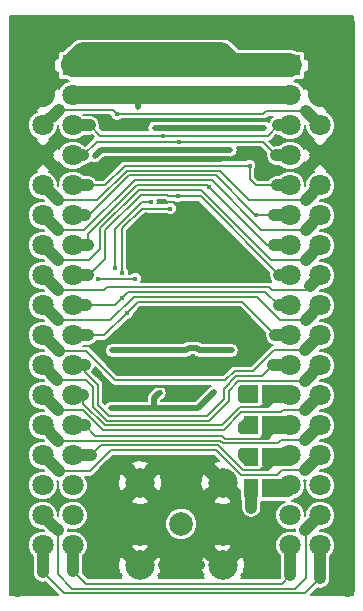
<source format=gbr>
G04 #@! TF.FileFunction,Copper,L2,Bot,Signal*
%FSLAX46Y46*%
G04 Gerber Fmt 4.6, Leading zero omitted, Abs format (unit mm)*
G04 Created by KiCad (PCBNEW 4.0.1-3.201512221401+6198~38~ubuntu15.10.1-stable) date Thu 31 Mar 2016 12:51:04 PM EEST*
%MOMM*%
G01*
G04 APERTURE LIST*
%ADD10C,0.100000*%
%ADD11R,1.168400X1.600200*%
%ADD12R,1.750000X1.750000*%
%ADD13C,1.800000*%
%ADD14C,2.500000*%
%ADD15C,2.000000*%
%ADD16C,0.450000*%
%ADD17C,0.900000*%
%ADD18C,0.508000*%
%ADD19C,0.254000*%
%ADD20C,1.270000*%
%ADD21C,2.032000*%
%ADD22C,1.524000*%
%ADD23C,0.203200*%
%ADD24C,1.016000*%
G04 APERTURE END LIST*
D10*
D11*
X145923000Y-102489000D03*
X145923000Y-102489000D03*
X147447000Y-102489000D03*
X145923000Y-105156000D03*
X145923000Y-105156000D03*
X147447000Y-105156000D03*
X145923000Y-107823000D03*
X145923000Y-107823000D03*
X147447000Y-107823000D03*
X145923000Y-110490000D03*
X145923000Y-110490000D03*
X147447000Y-110490000D03*
D12*
X130810000Y-74676000D03*
D13*
X128270000Y-74676000D03*
X130810000Y-77216000D03*
X128270000Y-77216000D03*
X130810000Y-79756000D03*
X128270000Y-79756000D03*
X130810000Y-82296000D03*
X128270000Y-82296000D03*
X130810000Y-84836000D03*
X128270000Y-84836000D03*
X128270000Y-87376000D03*
X130810000Y-87376000D03*
X128270000Y-89916000D03*
X130810000Y-89916000D03*
X128270000Y-92456000D03*
X130810000Y-92456000D03*
X128270000Y-94996000D03*
X130810000Y-94996000D03*
X128270000Y-97536000D03*
X130810000Y-97536000D03*
X128270000Y-105156000D03*
X130810000Y-105156000D03*
X128270000Y-115316000D03*
X130810000Y-112776000D03*
X128270000Y-112776000D03*
X130810000Y-115316000D03*
X130810000Y-110236000D03*
X128270000Y-107696000D03*
X128270000Y-110236000D03*
X130810000Y-107696000D03*
X128270000Y-100076000D03*
X128270000Y-102616000D03*
X130810000Y-102616000D03*
X130810000Y-100076000D03*
D12*
X149225000Y-74676000D03*
D13*
X151765000Y-74676000D03*
X149225000Y-77216000D03*
X151765000Y-77216000D03*
X149225000Y-79756000D03*
X151765000Y-79756000D03*
X149225000Y-82296000D03*
X151765000Y-82296000D03*
X149225000Y-84836000D03*
X151765000Y-84836000D03*
X151765000Y-87376000D03*
X149225000Y-87376000D03*
X151765000Y-89916000D03*
X149225000Y-89916000D03*
X151765000Y-92456000D03*
X149225000Y-92456000D03*
X151765000Y-94996000D03*
X149225000Y-94996000D03*
X151765000Y-97536000D03*
X149225000Y-97536000D03*
X151765000Y-105156000D03*
X149225000Y-105156000D03*
X151765000Y-115316000D03*
X149225000Y-112776000D03*
X151765000Y-112776000D03*
X149225000Y-115316000D03*
X149225000Y-110236000D03*
X151765000Y-107696000D03*
X151765000Y-110236000D03*
X149225000Y-107696000D03*
X151765000Y-100076000D03*
X151765000Y-102616000D03*
X149225000Y-102616000D03*
X149225000Y-100076000D03*
D14*
X136500000Y-117000000D03*
X136500000Y-110000000D03*
X143500000Y-110000000D03*
D15*
X140000000Y-113500000D03*
D14*
X143500000Y-117000000D03*
D16*
X139192000Y-95377000D03*
X141183000Y-91694000D03*
X141183000Y-92583000D03*
X137269475Y-95394525D03*
X134923960Y-82596013D03*
X143387167Y-82591065D03*
X147187611Y-79276164D03*
X136333465Y-79322832D03*
X134921781Y-79768233D03*
D17*
X143500000Y-112395000D03*
X143500000Y-114935000D03*
X136500000Y-112395000D03*
X136500000Y-114935000D03*
X138430000Y-117000000D03*
X141605000Y-117000000D03*
X149225000Y-71463870D03*
X147320000Y-71463870D03*
X134265928Y-71098410D03*
X132715000Y-71098410D03*
X130619500Y-71098410D03*
X126070995Y-117997605D03*
X126069051Y-115570000D03*
X126069051Y-113030000D03*
X126069051Y-110490000D03*
X153992580Y-118005860D03*
X140081000Y-117000000D03*
X143500000Y-113538000D03*
X136500000Y-113538000D03*
D16*
X138887210Y-102362000D03*
X136525000Y-102853629D03*
D17*
X153987500Y-118999000D03*
X153987500Y-116840000D03*
X153987500Y-115570000D03*
X153987500Y-114300000D03*
X153987500Y-113030000D03*
X153987500Y-111760000D03*
X153987500Y-110490000D03*
X153987500Y-109220000D03*
X153987500Y-107950000D03*
X153987500Y-106680000D03*
X153987500Y-105410000D03*
X153987500Y-104140000D03*
X153987500Y-102870000D03*
X153987500Y-101600000D03*
X153987500Y-100330000D03*
X153987500Y-99060000D03*
X153987500Y-97790000D03*
X153987500Y-96520000D03*
X153987500Y-95250000D03*
X153987500Y-93980000D03*
X153987500Y-92710000D03*
X153987500Y-91440000D03*
X153987500Y-90170000D03*
X153987500Y-88900000D03*
X153987500Y-87630000D03*
X153987500Y-86360000D03*
X153987500Y-85090000D03*
X153987500Y-83820000D03*
X153987500Y-82296000D03*
X153987500Y-80645000D03*
X153987500Y-79375000D03*
X153987500Y-78105000D03*
X153987500Y-76200000D03*
X153987500Y-74676000D03*
X153987500Y-73660000D03*
X153987500Y-72390000D03*
X153987500Y-71120000D03*
X126069051Y-118977449D03*
X126069051Y-116840000D03*
X126069051Y-114300000D03*
X126069051Y-111760000D03*
X126069051Y-109220000D03*
X126069051Y-107950000D03*
X126069051Y-106680000D03*
X126069051Y-105410000D03*
X126069051Y-104140000D03*
X126069051Y-102870000D03*
X126069051Y-101600000D03*
X126069051Y-100330000D03*
X126069051Y-99060000D03*
X126069051Y-97790000D03*
X126069051Y-96520000D03*
X126069051Y-95250000D03*
X126069051Y-93980000D03*
X126069051Y-92710000D03*
X126069051Y-91440000D03*
X126069051Y-90170000D03*
X126069051Y-88900000D03*
X126069051Y-87630000D03*
X126069051Y-86360000D03*
X126069051Y-85090000D03*
X126069051Y-83820000D03*
X126069051Y-82311245D03*
X126075295Y-81280000D03*
X126075295Y-80010000D03*
X126079250Y-78740000D03*
X126079250Y-77216000D03*
X126079250Y-76200000D03*
X126079250Y-74676000D03*
X126079250Y-73660000D03*
X126079250Y-72390000D03*
X126091950Y-71098410D03*
D16*
X136334500Y-79756000D03*
X144970500Y-72898000D03*
X144970500Y-71945500D03*
X145605500Y-71310500D03*
X144970500Y-70739000D03*
X140652500Y-71564500D03*
X140652500Y-71056500D03*
X136842500Y-71755000D03*
X136842500Y-71247009D03*
X135763000Y-79756000D03*
X142494000Y-88646000D03*
X142494000Y-89154000D03*
X142938500Y-89154000D03*
X142038428Y-89148265D03*
X142049500Y-88646000D03*
X142938500Y-88646000D03*
X141185193Y-95392740D03*
X143129000Y-95377000D03*
X142483000Y-95388000D03*
X140533000Y-95384500D03*
X144283368Y-99625527D03*
X136969789Y-87378551D03*
X141478871Y-102106949D03*
X140970000Y-102616000D03*
X136017000Y-102362000D03*
X133223000Y-101092000D03*
X136412546Y-100329758D03*
X137407013Y-100327911D03*
X138684000Y-100330000D03*
X134112000Y-100203000D03*
X137279969Y-97848667D03*
X139235593Y-97849739D03*
X143256000Y-99822000D03*
X142621000Y-99822000D03*
X143132422Y-97852020D03*
X142486897Y-97839606D03*
X140967716Y-99270788D03*
X140530704Y-97827162D03*
X141183000Y-97831000D03*
X137897398Y-73085456D03*
X138366500Y-73088500D03*
X137414000Y-73088500D03*
X136327926Y-74054907D03*
X135760308Y-74045971D03*
X136842500Y-73279000D03*
X136842500Y-73853040D03*
X134086720Y-103668164D03*
X144160301Y-81862628D03*
X136365530Y-81846636D03*
X132682329Y-82356920D03*
X136334500Y-77724000D03*
X142790813Y-102354014D03*
X142240000Y-102853629D03*
X137668000Y-102853629D03*
X136334500Y-78232000D03*
X135763000Y-77724000D03*
X138176000Y-102362000D03*
X138430000Y-80623216D03*
X139783844Y-81153036D03*
X145783490Y-83171661D03*
X146287148Y-87355844D03*
X142349728Y-85000116D03*
X139690879Y-85745771D03*
X134986667Y-92216333D03*
X135001000Y-94361000D03*
X139057032Y-86791502D03*
X135382000Y-95631000D03*
X134366000Y-91821000D03*
X137405423Y-86203898D03*
X136093393Y-92737584D03*
X132975781Y-92776117D03*
X134552097Y-78786106D03*
X134113371Y-98804629D03*
X135764371Y-98804629D03*
X138150618Y-98804629D03*
X139192000Y-98806000D03*
X143256000Y-98806000D03*
X144272000Y-98806000D03*
X146997461Y-79931795D03*
X137739352Y-79936430D03*
X145034000Y-107823000D03*
X145034000Y-107315000D03*
X145034000Y-105664000D03*
X145034000Y-105156000D03*
X145034000Y-102997000D03*
X145034000Y-101981000D03*
X145034000Y-102489000D03*
X145923000Y-112141000D03*
X146177000Y-111633000D03*
X145669000Y-111633000D03*
D18*
X136969789Y-87378551D02*
X138237238Y-88646000D01*
X138237238Y-88646000D02*
X142049500Y-88646000D01*
X140533000Y-95384500D02*
X137279500Y-95384500D01*
X137279500Y-95384500D02*
X137269475Y-95394525D01*
X134928908Y-82591065D02*
X134923960Y-82596013D01*
X143387167Y-82591065D02*
X143387166Y-82591064D01*
X143387166Y-82591064D02*
X134928908Y-82591065D01*
D19*
X147140943Y-79322832D02*
X147187611Y-79276164D01*
X136333465Y-79322832D02*
X147140943Y-79322832D01*
D20*
X149225000Y-71098410D02*
X153965910Y-71098410D01*
X146685000Y-71098410D02*
X149225000Y-71098410D01*
D21*
X147320000Y-71463870D02*
X149225000Y-71463870D01*
X149225000Y-71463870D02*
X151765000Y-71463870D01*
D20*
X149225000Y-71098410D02*
X149225000Y-71463870D01*
X134265928Y-71098410D02*
X146685000Y-71098410D01*
D21*
X144907000Y-71463870D02*
X147320000Y-71463870D01*
D20*
X146685000Y-71098410D02*
X146954540Y-71098410D01*
X146954540Y-71098410D02*
X147320000Y-71463870D01*
D21*
X134620000Y-71463870D02*
X144907000Y-71463870D01*
X132715000Y-71463870D02*
X134620000Y-71463870D01*
D20*
X134620000Y-71452482D02*
X134265928Y-71098410D01*
X132715000Y-71098410D02*
X134265928Y-71098410D01*
X134620000Y-71463870D02*
X134620000Y-71452482D01*
X130619500Y-71098410D02*
X132715000Y-71098410D01*
D21*
X130209338Y-71463870D02*
X132715000Y-71463870D01*
D20*
X132715000Y-71463870D02*
X132715000Y-71098410D01*
D18*
X136842500Y-71247009D02*
X136595829Y-71493680D01*
X136595829Y-71493680D02*
X130239148Y-71493680D01*
X130239148Y-71493680D02*
X130209338Y-71463870D01*
D20*
X126091950Y-71098410D02*
X130619500Y-71098410D01*
X130619493Y-71098417D02*
X130619500Y-71098410D01*
X130209338Y-71098417D02*
X130619493Y-71098417D01*
X153965910Y-71098410D02*
X153987500Y-71120000D01*
X126091950Y-71098410D02*
X126091957Y-71098417D01*
X126091957Y-71098417D02*
X130209338Y-71098417D01*
X130209338Y-71098417D02*
X130209338Y-71463870D01*
X153987500Y-118000780D02*
X153992580Y-118005860D01*
X153987500Y-116840000D02*
X153987500Y-118000780D01*
X153987500Y-118010940D02*
X153992580Y-118005860D01*
X153987500Y-118999000D02*
X153987500Y-118010940D01*
X126069051Y-118977449D02*
X126069051Y-117999549D01*
X126069051Y-116840000D02*
X126069051Y-117995661D01*
X126069051Y-117995661D02*
X126070995Y-117997605D01*
X153987500Y-71120000D02*
X152108870Y-71120000D01*
X153987500Y-115570000D02*
X153987500Y-116840000D01*
X153987500Y-114300000D02*
X153987500Y-115570000D01*
X153987500Y-113030000D02*
X153987500Y-114300000D01*
X153987500Y-111760000D02*
X153987500Y-113030000D01*
X153987500Y-110490000D02*
X153987500Y-111760000D01*
X153987500Y-109220000D02*
X153987500Y-110490000D01*
X153987500Y-107950000D02*
X153987500Y-109220000D01*
X153987500Y-106680000D02*
X153987500Y-107950000D01*
X153987500Y-105410000D02*
X153987500Y-106680000D01*
X153987500Y-104140000D02*
X153987500Y-105410000D01*
X153987500Y-102870000D02*
X153987500Y-104140000D01*
X153987500Y-101600000D02*
X153987500Y-102870000D01*
X153987500Y-100330000D02*
X153987500Y-101600000D01*
X153987500Y-99060000D02*
X153987500Y-100330000D01*
X153987500Y-97790000D02*
X153987500Y-99060000D01*
X153987500Y-96520000D02*
X153987500Y-97790000D01*
X153987500Y-95250000D02*
X153987500Y-96520000D01*
X153987500Y-93980000D02*
X153987500Y-95250000D01*
X153987500Y-92710000D02*
X153987500Y-93980000D01*
X153987500Y-91440000D02*
X153987500Y-92710000D01*
X153987500Y-90170000D02*
X153987500Y-91440000D01*
X153987500Y-88900000D02*
X153987500Y-90170000D01*
X153987500Y-87630000D02*
X153987500Y-88900000D01*
X153987500Y-86360000D02*
X153987500Y-87630000D01*
X153987500Y-85090000D02*
X153987500Y-86360000D01*
X153987500Y-83820000D02*
X153987500Y-85090000D01*
X153987500Y-82296000D02*
X153987500Y-83820000D01*
X153987500Y-80645000D02*
X153987500Y-79375000D01*
X153987500Y-82296000D02*
X153987500Y-80645000D01*
X153987500Y-79375000D02*
X153987500Y-78105000D01*
X153987500Y-78105000D02*
X153987500Y-77216000D01*
X153987500Y-77216000D02*
X153987500Y-76200000D01*
X153987500Y-75565000D02*
X153987500Y-76200000D01*
X153987500Y-75565000D02*
X153987500Y-74676000D01*
X153987500Y-73660000D02*
X153987500Y-72390000D01*
X153987500Y-74676000D02*
X153987500Y-73660000D01*
X153987500Y-72390000D02*
X153987500Y-71120000D01*
X126069051Y-115570000D02*
X126069051Y-116840000D01*
X126069051Y-114300000D02*
X126069051Y-115570000D01*
X126069051Y-113030000D02*
X126069051Y-114300000D01*
X126069051Y-111760000D02*
X126069051Y-113030000D01*
X126069051Y-110490000D02*
X126069051Y-111760000D01*
X126069051Y-109220000D02*
X126069051Y-110490000D01*
X126069051Y-107950000D02*
X126069051Y-109220000D01*
X126069051Y-106680000D02*
X126069051Y-107950000D01*
X126069051Y-105410000D02*
X126069051Y-106680000D01*
X126069051Y-104140000D02*
X126069051Y-105410000D01*
X126069051Y-102870000D02*
X126069051Y-104140000D01*
X126069051Y-101600000D02*
X126069051Y-102870000D01*
X126069051Y-100330000D02*
X126069051Y-101600000D01*
X126069051Y-99060000D02*
X126069051Y-100330000D01*
X126069051Y-97790000D02*
X126069051Y-99060000D01*
X126069051Y-96520000D02*
X126069051Y-97790000D01*
X126069051Y-95250000D02*
X126069051Y-96520000D01*
X126069051Y-93980000D02*
X126069051Y-95250000D01*
X126069051Y-92710000D02*
X126069051Y-93980000D01*
X126069051Y-91440000D02*
X126069051Y-92710000D01*
X126069051Y-90170000D02*
X126069051Y-91440000D01*
X126069051Y-88900000D02*
X126069051Y-90170000D01*
X126069051Y-87630000D02*
X126069051Y-88900000D01*
X126069051Y-86360000D02*
X126069051Y-87630000D01*
X126069051Y-85090000D02*
X126069051Y-86360000D01*
X126069051Y-83820000D02*
X126069051Y-85090000D01*
X126069051Y-82311245D02*
X126069051Y-83820000D01*
X126075295Y-81280000D02*
X126075295Y-82286999D01*
X126075295Y-80010000D02*
X126075295Y-81280000D01*
X126079250Y-79406750D02*
X126079250Y-80006045D01*
D18*
X126079250Y-80006045D02*
X126075295Y-80010000D01*
D20*
X126079250Y-78740000D02*
X126079250Y-77470000D01*
X126079250Y-79406750D02*
X126079250Y-78740000D01*
X126079250Y-77470000D02*
X126079250Y-76200000D01*
D18*
X126079250Y-77470000D02*
X126079250Y-77216000D01*
D20*
X126079250Y-76200000D02*
X126079250Y-74676000D01*
X126079250Y-73660000D02*
X126079250Y-72390000D01*
X126079250Y-74676000D02*
X126079250Y-73660000D01*
X126079250Y-72390000D02*
X126079250Y-71111110D01*
D18*
X126079250Y-71111110D02*
X126091950Y-71098410D01*
X144970500Y-72898000D02*
X143637000Y-71564500D01*
X143637000Y-71564500D02*
X140652500Y-71564500D01*
X144970500Y-72517000D02*
X144970500Y-71527370D01*
X144970500Y-72898000D02*
X144970500Y-72517000D01*
X144970500Y-72517000D02*
X151320500Y-72517000D01*
X151320500Y-72517000D02*
X151765000Y-72961500D01*
D21*
X151765000Y-71463870D02*
X151765000Y-72961500D01*
X151765000Y-72961500D02*
X151765000Y-74676000D01*
D18*
X144970500Y-72898000D02*
X151701500Y-72898000D01*
X151701500Y-72898000D02*
X151765000Y-72961500D01*
D20*
X151765000Y-77216000D02*
X153037792Y-77216000D01*
X153037792Y-77216000D02*
X153987500Y-77216000D01*
X151765000Y-74676000D02*
X153037792Y-74676000D01*
X153037792Y-74676000D02*
X153987500Y-74676000D01*
X151765000Y-82296000D02*
X153987500Y-82296000D01*
X152108870Y-71120000D02*
X151765000Y-71463870D01*
X126084296Y-82296000D02*
X126069051Y-82311245D01*
X126069051Y-118977449D02*
X126047500Y-118999000D01*
X126075295Y-82286999D02*
X126084296Y-82296000D01*
X128270000Y-74676000D02*
X126079250Y-74676000D01*
X128270000Y-82296000D02*
X126997208Y-82296000D01*
X126997208Y-82296000D02*
X126084296Y-82296000D01*
X128270000Y-77216000D02*
X126079250Y-77216000D01*
X126079250Y-77216000D02*
X126079250Y-79406750D01*
D21*
X128270000Y-74676000D02*
X128270000Y-71940557D01*
X128270000Y-71940557D02*
X128746687Y-71463870D01*
X128746687Y-71463870D02*
X130209338Y-71463870D01*
D18*
X144970500Y-71527370D02*
X144907000Y-71463870D01*
X140652500Y-71056500D02*
X145351500Y-71056500D01*
X145351500Y-71056500D02*
X145605500Y-71310500D01*
X136842500Y-71247009D02*
X140461991Y-71247009D01*
X140461991Y-71247009D02*
X140652500Y-71056500D01*
D21*
X151765000Y-74676000D02*
X151765000Y-77216000D01*
X128270000Y-77216000D02*
X128270000Y-74676000D01*
D18*
X142483000Y-95388000D02*
X141189933Y-95388000D01*
X141176953Y-95384500D02*
X141185193Y-95392740D01*
X140533000Y-95384500D02*
X141176953Y-95384500D01*
X141189933Y-95388000D02*
X141185193Y-95392740D01*
X143129000Y-95377000D02*
X142494000Y-95377000D01*
X142494000Y-95377000D02*
X142483000Y-95388000D01*
D19*
X136017000Y-102362000D02*
X136572201Y-101806799D01*
X136572201Y-101806799D02*
X141178721Y-101806799D01*
X141178721Y-101806799D02*
X141253872Y-101881950D01*
X141253872Y-101881950D02*
X141478871Y-102106949D01*
D18*
X138684000Y-100330000D02*
X142748000Y-100330000D01*
X142748000Y-100330000D02*
X143256000Y-99822000D01*
X142486897Y-97839606D02*
X143120008Y-97839606D01*
X143120008Y-97839606D02*
X143132422Y-97852020D01*
X141183000Y-97831000D02*
X142478291Y-97831000D01*
X142478291Y-97831000D02*
X142486897Y-97839606D01*
X140530704Y-97827162D02*
X141179162Y-97827162D01*
X141179162Y-97827162D02*
X141183000Y-97831000D01*
X139235593Y-97849739D02*
X140508127Y-97849739D01*
X140508127Y-97849739D02*
X140530704Y-97827162D01*
X137279969Y-97848667D02*
X139234521Y-97848667D01*
X139234521Y-97848667D02*
X139235593Y-97849739D01*
X137407013Y-100327911D02*
X138681911Y-100327911D01*
X138681911Y-100327911D02*
X138684000Y-100330000D01*
D21*
X144311589Y-74676000D02*
X130908621Y-74676000D01*
X130908621Y-74676000D02*
X130810000Y-74577379D01*
X130810000Y-74676000D02*
X130810000Y-74577379D01*
X130810000Y-74577379D02*
X131681074Y-73706305D01*
X131681074Y-73706305D02*
X135400367Y-73706305D01*
X135400367Y-73706305D02*
X135407592Y-73699080D01*
X135407592Y-73699080D02*
X143334669Y-73699080D01*
X143334669Y-73699080D02*
X144311589Y-74676000D01*
X144311589Y-74676000D02*
X149225000Y-74676000D01*
D18*
X136327926Y-74054907D02*
X136327926Y-73736709D01*
X136290297Y-73699080D02*
X135407592Y-73699080D01*
X136327926Y-73736709D02*
X136290297Y-73699080D01*
X135760308Y-74045971D02*
X135413417Y-73699080D01*
X135413417Y-73699080D02*
X135407592Y-73699080D01*
X136365530Y-81846636D02*
X144109219Y-81846636D01*
X144109219Y-81846636D02*
X144125211Y-81862628D01*
X144125211Y-81862628D02*
X144160301Y-81862628D01*
X137149311Y-103668164D02*
X134404918Y-103668164D01*
X137158272Y-103677125D02*
X137149311Y-103668164D01*
X134404918Y-103668164D02*
X134086720Y-103668164D01*
X137816068Y-103683898D02*
X137807754Y-103675584D01*
X137807754Y-103675584D02*
X137159813Y-103675584D01*
X137159813Y-103675584D02*
X137158272Y-103677125D01*
X137158849Y-103676548D02*
X137158272Y-103677125D01*
X142240000Y-102853629D02*
X141409731Y-103683898D01*
X141409731Y-103683898D02*
X137816068Y-103683898D01*
X137816068Y-103683898D02*
X137668000Y-103535830D01*
X132682329Y-82356920D02*
X132684909Y-82359500D01*
X132684909Y-82359500D02*
X132684909Y-82341258D01*
X132684909Y-82341258D02*
X133179531Y-81846636D01*
X133179531Y-81846636D02*
X136365530Y-81846636D01*
X137668000Y-102853629D02*
X138130620Y-102391009D01*
X138130620Y-102391009D02*
X138176000Y-102391009D01*
X137668000Y-102853629D02*
X137668000Y-103535830D01*
X142790813Y-102354014D02*
X142739615Y-102354014D01*
X142739615Y-102354014D02*
X142240000Y-102853629D01*
X136334500Y-77724000D02*
X136334500Y-78226378D01*
D22*
X135636000Y-77216000D02*
X136525000Y-77216000D01*
X136525000Y-77216000D02*
X149225000Y-77216000D01*
D18*
X136334500Y-77724000D02*
X136559499Y-77499001D01*
X136559499Y-77499001D02*
X136559499Y-77250499D01*
X136559499Y-77250499D02*
X136525000Y-77216000D01*
D22*
X130810000Y-77216000D02*
X135636000Y-77216000D01*
D18*
X135763000Y-77724000D02*
X135763000Y-77343000D01*
X135763000Y-77343000D02*
X135636000Y-77216000D01*
D23*
X147340356Y-80625416D02*
X146569905Y-80625416D01*
X146567705Y-80623216D02*
X138748198Y-80623216D01*
X148209772Y-79756000D02*
X147340356Y-80625416D01*
X146569905Y-80625416D02*
X146567705Y-80623216D01*
X138748198Y-80623216D02*
X138430000Y-80623216D01*
X132270500Y-79756000D02*
X133137716Y-80623216D01*
X133137716Y-80623216D02*
X138111802Y-80623216D01*
X138111802Y-80623216D02*
X138430000Y-80623216D01*
D24*
X148209772Y-79756000D02*
X149225000Y-79756000D01*
X130810000Y-79756000D02*
X132270500Y-79756000D01*
D23*
X131699000Y-82296000D02*
X132841964Y-81153036D01*
X139465646Y-81153036D02*
X139783844Y-81153036D01*
X148018500Y-82296000D02*
X146875536Y-81153036D01*
X132841964Y-81153036D02*
X139465646Y-81153036D01*
X146875536Y-81153036D02*
X140102042Y-81153036D01*
X140102042Y-81153036D02*
X139783844Y-81153036D01*
D24*
X148018500Y-82296000D02*
X149225000Y-82296000D01*
X130810000Y-82296000D02*
X131699000Y-82296000D01*
D23*
X148082000Y-84836000D02*
X146304000Y-84836000D01*
X146304000Y-84836000D02*
X145783490Y-84315490D01*
X145783490Y-84315490D02*
X145783490Y-83171661D01*
X133542738Y-84836000D02*
X135207077Y-83171661D01*
X132080000Y-84836000D02*
X133542738Y-84836000D01*
X145465292Y-83171661D02*
X145783490Y-83171661D01*
X135207077Y-83171661D02*
X145465292Y-83171661D01*
X148080336Y-84836000D02*
X148082000Y-84836000D01*
D24*
X148082000Y-84836000D02*
X149225000Y-84836000D01*
X130810000Y-84836000D02*
X132080000Y-84836000D01*
D23*
X129540000Y-86106000D02*
X132847489Y-86106000D01*
X143271014Y-83578072D02*
X145735442Y-86042500D01*
X132847489Y-86106000D02*
X135375417Y-83578072D01*
X135375417Y-83578072D02*
X143271014Y-83578072D01*
X145735442Y-86042500D02*
X150558500Y-86042500D01*
D24*
X128270000Y-84836000D02*
X129540000Y-86106000D01*
X150558500Y-86042500D02*
X151765000Y-84836000D01*
D23*
X142556515Y-84390894D02*
X146780799Y-88615178D01*
X146780799Y-88615178D02*
X150525822Y-88615178D01*
X129540000Y-88646000D02*
X131800395Y-88646000D01*
X136055501Y-84390894D02*
X142556515Y-84390894D01*
X131800395Y-88646000D02*
X136055501Y-84390894D01*
D24*
X150525822Y-88615178D02*
X151765000Y-87376000D01*
X128270000Y-87376000D02*
X129540000Y-88646000D01*
D23*
X135543757Y-83984483D02*
X142915787Y-83984483D01*
X142915787Y-83984483D02*
X146062149Y-87130845D01*
X146062149Y-87130845D02*
X146287148Y-87355844D01*
X132152240Y-87376000D02*
X135543757Y-83984483D01*
X131826000Y-87376000D02*
X132152240Y-87376000D01*
X146605346Y-87355844D02*
X146287148Y-87355844D01*
X147807844Y-87355844D02*
X146605346Y-87355844D01*
X147828000Y-87376000D02*
X147807844Y-87355844D01*
D24*
X131826000Y-87376000D02*
X130810000Y-87376000D01*
X149225000Y-87376000D02*
X147828000Y-87376000D01*
D23*
X132082792Y-89916000D02*
X132082792Y-88938354D01*
X132082792Y-88938354D02*
X136211587Y-84809559D01*
X142165410Y-84809559D02*
X142349728Y-84993877D01*
X142349728Y-84993877D02*
X142349728Y-85000116D01*
X136211587Y-84809559D02*
X142165410Y-84809559D01*
X147828000Y-89916000D02*
X147296262Y-89916000D01*
X147296262Y-89916000D02*
X142380378Y-85000116D01*
X142380378Y-85000116D02*
X142349728Y-85000116D01*
D24*
X147828000Y-89916000D02*
X149225000Y-89916000D01*
X130810000Y-89916000D02*
X132082792Y-89916000D01*
X151765000Y-107696000D02*
X150493750Y-108967250D01*
D23*
X150493750Y-108967250D02*
X148544111Y-108967250D01*
X148544111Y-108967250D02*
X148126262Y-109385099D01*
X148126262Y-109385099D02*
X145094959Y-109385099D01*
X145094959Y-109385099D02*
X145091614Y-109388444D01*
X145091614Y-109388444D02*
X142974275Y-107271105D01*
X142974275Y-107271105D02*
X134016684Y-107271105D01*
X134016684Y-107271105D02*
X132256590Y-109031199D01*
D24*
X129605199Y-109031199D02*
X128270000Y-107696000D01*
D23*
X132256590Y-109031199D02*
X129605199Y-109031199D01*
X139690879Y-85745771D02*
X138893668Y-85745771D01*
X138893668Y-85745771D02*
X138771307Y-85623410D01*
X138771307Y-85623410D02*
X136547237Y-85623410D01*
X136547237Y-85623410D02*
X133559863Y-88610784D01*
X133559863Y-88610784D02*
X133559863Y-91048461D01*
X133559863Y-91048461D02*
X132152324Y-92456000D01*
X132152324Y-92456000D02*
X132082792Y-92456000D01*
X139690879Y-85745771D02*
X141627685Y-85745771D01*
X141627685Y-85745771D02*
X148272500Y-92390586D01*
X148272500Y-92390586D02*
X148272500Y-92456000D01*
D24*
X148272500Y-92456000D02*
X149225000Y-92456000D01*
X130810000Y-92456000D02*
X132082792Y-92456000D01*
X129553798Y-106439798D02*
X128270000Y-105156000D01*
X151765000Y-105156000D02*
X150492347Y-106428653D01*
D23*
X150492347Y-106428653D02*
X148460347Y-106428653D01*
X148460347Y-106428653D02*
X148207556Y-106681444D01*
X148207556Y-106681444D02*
X143534115Y-106681444D01*
X143292469Y-106439798D02*
X129553798Y-106439798D01*
X143534115Y-106681444D02*
X143292469Y-106439798D01*
X134986667Y-91898135D02*
X134986667Y-92216333D01*
X136668248Y-86791502D02*
X134986667Y-88473083D01*
X134986667Y-88473083D02*
X134986667Y-91898135D01*
X139057032Y-86791502D02*
X136668248Y-86791502D01*
X135503409Y-93841399D02*
X135503409Y-93858591D01*
X135503409Y-93858591D02*
X135001000Y-94361000D01*
X148268794Y-94996000D02*
X147114193Y-93841399D01*
X147114193Y-93841399D02*
X135503409Y-93841399D01*
X135503409Y-93841399D02*
X134348808Y-94996000D01*
X134348808Y-94996000D02*
X131892292Y-94996000D01*
D24*
X130810000Y-94996000D02*
X131892292Y-94996000D01*
X148268794Y-94996000D02*
X149225000Y-94996000D01*
D23*
X145094959Y-104051099D02*
X143592386Y-105553673D01*
X133380289Y-105553673D02*
X131712616Y-103886000D01*
X131712616Y-103886000D02*
X129540000Y-103886000D01*
X150502235Y-103878765D02*
X148597235Y-103878765D01*
X148424901Y-104051099D02*
X145094959Y-104051099D01*
X148597235Y-103878765D02*
X148424901Y-104051099D01*
X143592386Y-105553673D02*
X133380289Y-105553673D01*
D24*
X129540000Y-103886000D02*
X128270000Y-102616000D01*
X151765000Y-102616000D02*
X150502235Y-103878765D01*
D23*
X135382000Y-95631000D02*
X135382000Y-95619745D01*
X135382000Y-95619745D02*
X136299465Y-94702280D01*
X136299465Y-94702280D02*
X145118488Y-94702280D01*
X145118488Y-94702280D02*
X147952208Y-97536000D01*
X132082792Y-97536000D02*
X133477000Y-97536000D01*
X133477000Y-97536000D02*
X135382000Y-95631000D01*
X134366000Y-91186000D02*
X134366000Y-91821000D01*
X134366000Y-88519000D02*
X134366000Y-91186000D01*
X137405423Y-86203898D02*
X136681102Y-86203898D01*
X136681102Y-86203898D02*
X134366000Y-88519000D01*
D24*
X149225000Y-97536000D02*
X147952208Y-97536000D01*
X132082792Y-97536000D02*
X130810000Y-97536000D01*
D23*
X129540000Y-96266000D02*
X133982470Y-96266000D01*
X133982470Y-96266000D02*
X136000660Y-94247810D01*
X148324109Y-96200801D02*
X148653500Y-96200801D01*
X148653500Y-96200801D02*
X150560199Y-96200801D01*
X136000660Y-94247810D02*
X146371118Y-94247810D01*
X146371118Y-94247810D02*
X148324109Y-96200801D01*
D24*
X128270000Y-94996000D02*
X129540000Y-96266000D01*
X150560199Y-96200801D02*
X151765000Y-94996000D01*
D23*
X146958741Y-105997169D02*
X147445212Y-105510698D01*
X147445212Y-105510698D02*
X147445212Y-105156000D01*
X147445212Y-105156000D02*
X147447000Y-105156000D01*
D18*
X147193000Y-106045000D02*
X147197306Y-106045000D01*
X147197306Y-106045000D02*
X147447628Y-105794678D01*
X147447628Y-105794678D02*
X147447628Y-105156628D01*
X147447628Y-105156628D02*
X147447000Y-105156000D01*
D23*
X147193000Y-106275033D02*
X147331267Y-106275033D01*
X147331267Y-106275033D02*
X147768996Y-105837304D01*
X147768996Y-105837304D02*
X147768996Y-105477996D01*
X147768996Y-105477996D02*
X147447000Y-105156000D01*
X146939000Y-106275033D02*
X147193000Y-106275033D01*
X147193000Y-106275033D02*
X147193000Y-106045000D01*
X146685000Y-106275033D02*
X146939000Y-106275033D01*
X146958741Y-106255292D02*
X146939000Y-106275033D01*
X146958741Y-105997169D02*
X146958741Y-106255292D01*
X146685000Y-106275033D02*
X146685000Y-106270910D01*
X146685000Y-106270910D02*
X146958741Y-105997169D01*
X143702455Y-106275033D02*
X146685000Y-106275033D01*
D22*
X148082000Y-105156000D02*
X149225000Y-105156000D01*
D24*
X147447000Y-105156000D02*
X148082000Y-105156000D01*
D23*
X131826000Y-105156000D02*
X132703387Y-106033387D01*
X143460809Y-106033387D02*
X143702455Y-106275033D01*
X132703387Y-106033387D02*
X143460809Y-106033387D01*
D24*
X130810000Y-105156000D02*
X131826000Y-105156000D01*
X151765000Y-118110000D02*
X151765000Y-115316000D01*
D23*
X150495000Y-119380000D02*
X151765000Y-118110000D01*
X130048000Y-119380000D02*
X150495000Y-119380000D01*
X128270000Y-117602000D02*
X130048000Y-119380000D01*
D24*
X128270000Y-115316000D02*
X128270000Y-117602000D01*
D23*
X129540000Y-114046000D02*
X129540000Y-117729000D01*
X129540000Y-117729000D02*
X130780497Y-118969497D01*
X130780497Y-118969497D02*
X149635503Y-118969497D01*
X149635503Y-118969497D02*
X150560199Y-118044801D01*
X150560199Y-118044801D02*
X150560199Y-114111199D01*
X150560199Y-114111199D02*
X150495000Y-114046000D01*
D24*
X150495000Y-114046000D02*
X151765000Y-112776000D01*
X129169999Y-113675999D02*
X129540000Y-114046000D01*
X128270000Y-112776000D02*
X129169999Y-113675999D01*
D23*
X130810000Y-117475000D02*
X131898087Y-118563087D01*
X131898087Y-118563087D02*
X148517913Y-118563087D01*
X148517913Y-118563087D02*
X149225000Y-117856000D01*
D24*
X149225000Y-117856000D02*
X149225000Y-115316000D01*
X130810000Y-115316000D02*
X130810000Y-117475000D01*
D22*
X148082000Y-110490000D02*
X148971000Y-110490000D01*
X148971000Y-110490000D02*
X149225000Y-110236000D01*
D24*
X147447000Y-110490000D02*
X148082000Y-110490000D01*
D23*
X146969522Y-108681478D02*
X146969522Y-108653527D01*
X146969522Y-108653527D02*
X147447000Y-108176049D01*
X147447000Y-108176049D02*
X147447000Y-107823000D01*
X146685000Y-108966000D02*
X146685000Y-108939282D01*
X146685000Y-108939282D02*
X146942804Y-108681478D01*
X146942804Y-108681478D02*
X146969522Y-108681478D01*
X146969522Y-108681478D02*
X146975331Y-108681478D01*
X146975331Y-108681478D02*
X147447000Y-108209809D01*
X147447000Y-108209809D02*
X147447000Y-107823000D01*
D18*
X147193000Y-108712000D02*
X147193000Y-108705061D01*
X147193000Y-108705061D02*
X147442735Y-108455326D01*
X147442735Y-108455326D02*
X147442735Y-107827265D01*
X147442735Y-107827265D02*
X147447000Y-107823000D01*
D23*
X147193000Y-108966000D02*
X147307300Y-108966000D01*
X147811580Y-108187580D02*
X147447000Y-107823000D01*
X147307300Y-108966000D02*
X147811580Y-108461720D01*
X147811580Y-108461720D02*
X147811580Y-108187580D01*
X146939000Y-108966000D02*
X147193000Y-108966000D01*
X147193000Y-108966000D02*
X147193000Y-108712000D01*
X146685000Y-108966000D02*
X146939000Y-108966000D01*
X146969522Y-108681478D02*
X146969522Y-108935478D01*
X146969522Y-108935478D02*
X146939000Y-108966000D01*
X145243920Y-108966000D02*
X146685000Y-108966000D01*
D22*
X148082000Y-107823000D02*
X149098000Y-107823000D01*
X149098000Y-107823000D02*
X149225000Y-107696000D01*
D24*
X147447000Y-107823000D02*
X148082000Y-107823000D01*
D23*
X143124129Y-106846209D02*
X145243920Y-108966000D01*
X132334000Y-107696000D02*
X133183791Y-106846209D01*
X133183791Y-106846209D02*
X143124129Y-106846209D01*
D24*
X130810000Y-107696000D02*
X132334000Y-107696000D01*
D23*
X144840625Y-101384099D02*
X150456901Y-101384099D01*
X144021222Y-102203502D02*
X144840625Y-101384099D01*
X144021222Y-103091091D02*
X144021222Y-102203502D01*
X132539751Y-101923473D02*
X132539751Y-103563633D01*
X132539751Y-103563633D02*
X133716967Y-104740849D01*
X129474801Y-101280801D02*
X131897079Y-101280801D01*
X142371464Y-104740849D02*
X144021222Y-103091091D01*
X131897079Y-101280801D02*
X132539751Y-101923473D01*
X133716967Y-104740849D02*
X142371464Y-104740849D01*
D24*
X128270000Y-100076000D02*
X129474801Y-101280801D01*
X150456901Y-101384099D02*
X151765000Y-100076000D01*
D23*
X129605199Y-98871199D02*
X131939106Y-98871199D01*
X131939106Y-98871199D02*
X134403372Y-101335465D01*
X134403372Y-101335465D02*
X143739759Y-101335465D01*
X143739759Y-101335465D02*
X144503945Y-100571279D01*
X144503945Y-100571279D02*
X146088321Y-100571279D01*
X146088321Y-100571279D02*
X147853600Y-98806000D01*
X147853600Y-98806000D02*
X150495000Y-98806000D01*
D24*
X128270000Y-97536000D02*
X129605199Y-98871199D01*
X150495000Y-98806000D02*
X151765000Y-97536000D01*
D23*
X144977407Y-103593901D02*
X143424046Y-105147262D01*
X146939000Y-103593901D02*
X144977407Y-103593901D01*
X131699000Y-103297633D02*
X131699000Y-102616000D01*
X143424046Y-105147262D02*
X133548629Y-105147262D01*
X133548629Y-105147262D02*
X131699000Y-103297633D01*
X146939000Y-103593901D02*
X146939000Y-103340705D01*
X146939000Y-103340705D02*
X146962634Y-103317071D01*
X146688192Y-103593379D02*
X146962634Y-103318937D01*
X146962634Y-103318937D02*
X146962634Y-103317071D01*
X146962634Y-103317071D02*
X147447000Y-102832705D01*
X147447000Y-102832705D02*
X147447000Y-102489000D01*
D18*
X147193000Y-103378000D02*
X147437324Y-103133676D01*
X147437324Y-103133676D02*
X147437324Y-102498676D01*
X147437324Y-102498676D02*
X147447000Y-102489000D01*
D23*
X147447000Y-102489000D02*
X147800427Y-102842427D01*
X147800427Y-102842427D02*
X147800427Y-103138873D01*
X147800427Y-103138873D02*
X147345399Y-103593901D01*
X147345399Y-103593901D02*
X147193000Y-103593901D01*
X147193000Y-103593901D02*
X146939000Y-103593901D01*
X147193000Y-103593901D02*
X147193000Y-103378000D01*
D22*
X148082000Y-102489000D02*
X149098000Y-102489000D01*
X149098000Y-102489000D02*
X149225000Y-102616000D01*
D24*
X147447000Y-102489000D02*
X148082000Y-102489000D01*
X131699000Y-102616000D02*
X130810000Y-102616000D01*
D23*
X133885309Y-104334440D02*
X132946162Y-103395293D01*
X132946162Y-101755134D02*
X131826000Y-100634972D01*
X132946162Y-103395293D02*
X132946162Y-101755134D01*
X135509000Y-104334440D02*
X133885309Y-104334440D01*
X131826000Y-100634972D02*
X131826000Y-100076000D01*
X135525467Y-104334439D02*
X142203123Y-104334439D01*
X142203123Y-104334439D02*
X143614811Y-102922751D01*
X143614811Y-102922751D02*
X143614811Y-102035162D01*
X143614811Y-102035162D02*
X144672285Y-100977688D01*
X146831398Y-100977688D02*
X147733086Y-100076000D01*
X144672285Y-100977688D02*
X146831398Y-100977688D01*
X136054860Y-92776117D02*
X136093393Y-92737584D01*
X132975781Y-92776117D02*
X136054860Y-92776117D01*
D24*
X147733086Y-100076000D02*
X149225000Y-100076000D01*
X130810000Y-100076000D02*
X131826000Y-100076000D01*
D23*
X146911780Y-78786106D02*
X134870295Y-78786106D01*
X150560199Y-78551199D02*
X147146687Y-78551199D01*
X134870295Y-78786106D02*
X134552097Y-78786106D01*
X147146687Y-78551199D02*
X146911780Y-78786106D01*
X134327098Y-78561107D02*
X134552097Y-78786106D01*
X134186791Y-78420801D02*
X134327098Y-78561107D01*
X129605199Y-78420801D02*
X134186791Y-78420801D01*
D24*
X150560199Y-78551199D02*
X151765000Y-79756000D01*
X128270000Y-79756000D02*
X129605199Y-78420801D01*
D23*
X141672634Y-85215970D02*
X147579164Y-91122500D01*
X132161988Y-91186000D02*
X133153453Y-90194535D01*
X133153453Y-88442444D02*
X136379927Y-85215970D01*
X147579164Y-91122500D02*
X150558500Y-91122500D01*
X136379927Y-85215970D02*
X141672634Y-85215970D01*
X129540000Y-91186000D02*
X132161988Y-91186000D01*
X133153453Y-90194535D02*
X133153453Y-88442444D01*
D24*
X129540000Y-91186000D02*
X128270000Y-89916000D01*
X151765000Y-89916000D02*
X150558500Y-91122500D01*
D23*
X150865001Y-93355999D02*
X150560199Y-93660801D01*
X133422589Y-93726000D02*
X129540000Y-93726000D01*
X150560199Y-93660801D02*
X147672615Y-93660801D01*
X147672615Y-93660801D02*
X147446802Y-93434988D01*
X147446802Y-93434988D02*
X133713601Y-93434988D01*
X133713601Y-93434988D02*
X133422589Y-93726000D01*
D24*
X128270000Y-92456000D02*
X129540000Y-93726000D01*
X150865001Y-93355999D02*
X151765000Y-92456000D01*
D18*
X135764371Y-98804629D02*
X134113371Y-98804629D01*
X138150618Y-98804629D02*
X135764371Y-98804629D01*
X139192000Y-98806000D02*
X138151989Y-98806000D01*
X138151989Y-98806000D02*
X138150618Y-98804629D01*
X143256000Y-98806000D02*
X141512586Y-98806000D01*
X141512586Y-98806000D02*
X141295173Y-98588587D01*
X140393269Y-98806000D02*
X139192000Y-98806000D01*
X141295173Y-98588587D02*
X140610682Y-98588587D01*
X140610682Y-98588587D02*
X140393269Y-98806000D01*
X144272000Y-98806000D02*
X143256000Y-98806000D01*
X137739352Y-79936430D02*
X146992826Y-79936430D01*
X146992826Y-79936430D02*
X146997461Y-79931795D01*
X145034000Y-107823000D02*
X145557113Y-108346113D01*
X145557113Y-108346113D02*
X145923000Y-108346113D01*
X145923000Y-108346113D02*
X145923000Y-107823000D01*
X145841209Y-107823000D02*
X145923000Y-107823000D01*
X145034000Y-107823000D02*
X145034000Y-107315000D01*
X145923000Y-107823000D02*
X145034000Y-107823000D01*
X145415000Y-107315000D02*
X145034000Y-107315000D01*
X145923000Y-107823000D02*
X145415000Y-107315000D01*
X145034000Y-105156000D02*
X145532288Y-104657712D01*
X145532288Y-104657712D02*
X145921014Y-104657712D01*
X145921014Y-104657712D02*
X145921014Y-105154014D01*
X145921014Y-105154014D02*
X145923000Y-105156000D01*
X145034000Y-105156000D02*
X145034000Y-105664000D01*
X145415000Y-105664000D02*
X145034000Y-105664000D01*
X145923000Y-105156000D02*
X145415000Y-105664000D01*
X145923000Y-105156000D02*
X145034000Y-105156000D01*
X145034000Y-101981000D02*
X145034000Y-102997000D01*
X145923000Y-102489000D02*
X145034000Y-102489000D01*
X145415000Y-102997000D02*
X145034000Y-102997000D01*
X145923000Y-102489000D02*
X145415000Y-102997000D01*
X145415000Y-101981000D02*
X145034000Y-101981000D01*
X145923000Y-102489000D02*
X145415000Y-101981000D01*
X146177000Y-111633000D02*
X146177000Y-111887000D01*
X146177000Y-111887000D02*
X145923000Y-112141000D01*
X145669000Y-111633000D02*
X145669000Y-111887000D01*
X145669000Y-111887000D02*
X145923000Y-112141000D01*
D24*
X145923000Y-111798100D02*
X145923000Y-112141000D01*
D18*
X145923000Y-110490000D02*
X145923000Y-111798100D01*
X146177000Y-111633000D02*
X145669000Y-111633000D01*
X146177000Y-110744000D02*
X146177000Y-111633000D01*
X145923000Y-110490000D02*
X146177000Y-110744000D01*
X145669000Y-110744000D02*
X145669000Y-111633000D01*
X145923000Y-110490000D02*
X145669000Y-110744000D01*
D23*
G36*
X154517400Y-119517400D02*
X151004178Y-119517400D01*
X151583984Y-118937594D01*
X151765000Y-118973600D01*
X152095485Y-118907862D01*
X152375657Y-118720657D01*
X152562862Y-118440485D01*
X152628600Y-118110000D01*
X152628600Y-116228045D01*
X152828825Y-116028169D01*
X153020382Y-115566850D01*
X153020818Y-115067341D01*
X152830067Y-114605689D01*
X152477169Y-114252175D01*
X152015850Y-114060618D01*
X151701970Y-114060344D01*
X151730743Y-114031571D01*
X152013659Y-114031818D01*
X152475311Y-113841067D01*
X152828825Y-113488169D01*
X153020382Y-113026850D01*
X153020818Y-112527341D01*
X152830067Y-112065689D01*
X152477169Y-111712175D01*
X152015850Y-111520618D01*
X151516341Y-111520182D01*
X151054689Y-111710933D01*
X150701175Y-112063831D01*
X150509618Y-112525150D01*
X150509369Y-112810316D01*
X150480546Y-112839140D01*
X150480818Y-112527341D01*
X150290067Y-112065689D01*
X149937169Y-111712175D01*
X149475850Y-111520618D01*
X149401642Y-111520553D01*
X149444686Y-111491793D01*
X149473659Y-111491818D01*
X149935311Y-111301067D01*
X150288825Y-110948169D01*
X150480382Y-110486850D01*
X150480818Y-109987341D01*
X150409208Y-109814033D01*
X150493750Y-109830849D01*
X150580887Y-109813517D01*
X150509618Y-109985150D01*
X150509182Y-110484659D01*
X150699933Y-110946311D01*
X151052831Y-111299825D01*
X151514150Y-111491382D01*
X152013659Y-111491818D01*
X152475311Y-111301067D01*
X152828825Y-110948169D01*
X153020382Y-110486850D01*
X153020818Y-109987341D01*
X152830067Y-109525689D01*
X152477169Y-109172175D01*
X152015850Y-108980618D01*
X151701970Y-108980344D01*
X151730743Y-108951571D01*
X152013659Y-108951818D01*
X152475311Y-108761067D01*
X152828825Y-108408169D01*
X153020382Y-107946850D01*
X153020818Y-107447341D01*
X152830067Y-106985689D01*
X152477169Y-106632175D01*
X152015850Y-106440618D01*
X151701970Y-106440344D01*
X151730743Y-106411571D01*
X152013659Y-106411818D01*
X152475311Y-106221067D01*
X152828825Y-105868169D01*
X153020382Y-105406850D01*
X153020818Y-104907341D01*
X152830067Y-104445689D01*
X152477169Y-104092175D01*
X152015850Y-103900618D01*
X151701970Y-103900344D01*
X151730743Y-103871571D01*
X152013659Y-103871818D01*
X152475311Y-103681067D01*
X152828825Y-103328169D01*
X153020382Y-102866850D01*
X153020818Y-102367341D01*
X152830067Y-101905689D01*
X152477169Y-101552175D01*
X152015850Y-101360618D01*
X151701970Y-101360344D01*
X151730743Y-101331571D01*
X152013659Y-101331818D01*
X152475311Y-101141067D01*
X152828825Y-100788169D01*
X153020382Y-100326850D01*
X153020818Y-99827341D01*
X152830067Y-99365689D01*
X152477169Y-99012175D01*
X152015850Y-98820618D01*
X151701970Y-98820344D01*
X151730743Y-98791571D01*
X152013659Y-98791818D01*
X152475311Y-98601067D01*
X152828825Y-98248169D01*
X153020382Y-97786850D01*
X153020818Y-97287341D01*
X152830067Y-96825689D01*
X152477169Y-96472175D01*
X152015850Y-96280618D01*
X151701970Y-96280344D01*
X151730743Y-96251571D01*
X152013659Y-96251818D01*
X152475311Y-96061067D01*
X152828825Y-95708169D01*
X153020382Y-95246850D01*
X153020818Y-94747341D01*
X152830067Y-94285689D01*
X152477169Y-93932175D01*
X152015850Y-93740618D01*
X151701970Y-93740344D01*
X151730743Y-93711571D01*
X152013659Y-93711818D01*
X152475311Y-93521067D01*
X152828825Y-93168169D01*
X153020382Y-92706850D01*
X153020818Y-92207341D01*
X152830067Y-91745689D01*
X152477169Y-91392175D01*
X152015850Y-91200618D01*
X151701970Y-91200344D01*
X151730743Y-91171571D01*
X152013659Y-91171818D01*
X152475311Y-90981067D01*
X152828825Y-90628169D01*
X153020382Y-90166850D01*
X153020818Y-89667341D01*
X152830067Y-89205689D01*
X152477169Y-88852175D01*
X152015850Y-88660618D01*
X151701970Y-88660344D01*
X151730743Y-88631571D01*
X152013659Y-88631818D01*
X152475311Y-88441067D01*
X152828825Y-88088169D01*
X153020382Y-87626850D01*
X153020818Y-87127341D01*
X152830067Y-86665689D01*
X152477169Y-86312175D01*
X152015850Y-86120618D01*
X151701970Y-86120344D01*
X151730743Y-86091571D01*
X152013659Y-86091818D01*
X152475311Y-85901067D01*
X152828825Y-85548169D01*
X153020382Y-85086850D01*
X153020818Y-84587341D01*
X152830067Y-84125689D01*
X152477169Y-83772175D01*
X152294511Y-83696329D01*
X152374338Y-83541734D01*
X151765000Y-82932396D01*
X151155662Y-83541734D01*
X151235446Y-83696246D01*
X151054689Y-83770933D01*
X150701175Y-84123831D01*
X150509618Y-84585150D01*
X150509369Y-84870316D01*
X150480546Y-84899140D01*
X150480818Y-84587341D01*
X150290067Y-84125689D01*
X149937169Y-83772175D01*
X149475850Y-83580618D01*
X148976341Y-83580182D01*
X148514689Y-83770933D01*
X148312870Y-83972400D01*
X148082000Y-83972400D01*
X147751515Y-84038138D01*
X147471343Y-84225343D01*
X147368806Y-84378800D01*
X146493378Y-84378800D01*
X146240690Y-84126112D01*
X146240690Y-83535635D01*
X146275412Y-83500974D01*
X146363989Y-83287656D01*
X146364191Y-83056679D01*
X146275986Y-82843207D01*
X146112803Y-82679739D01*
X145899485Y-82591162D01*
X145668508Y-82590960D01*
X145455036Y-82679165D01*
X145419678Y-82714461D01*
X135207077Y-82714461D01*
X135032114Y-82749263D01*
X134883788Y-82848372D01*
X133353360Y-84378800D01*
X132793194Y-84378800D01*
X132690657Y-84225343D01*
X132410485Y-84038138D01*
X132080000Y-83972400D01*
X131722045Y-83972400D01*
X131522169Y-83772175D01*
X131060850Y-83580618D01*
X130561341Y-83580182D01*
X130099689Y-83770933D01*
X129746175Y-84123831D01*
X129554618Y-84585150D01*
X129554344Y-84899029D01*
X129525571Y-84870257D01*
X129525818Y-84587341D01*
X129335067Y-84125689D01*
X128982169Y-83772175D01*
X128799511Y-83696329D01*
X128879338Y-83541734D01*
X128270000Y-82932396D01*
X127660662Y-83541734D01*
X127740446Y-83696246D01*
X127559689Y-83770933D01*
X127206175Y-84123831D01*
X127014618Y-84585150D01*
X127014182Y-85084659D01*
X127204933Y-85546311D01*
X127557831Y-85899825D01*
X128019150Y-86091382D01*
X128304316Y-86091631D01*
X128333140Y-86120454D01*
X128021341Y-86120182D01*
X127559689Y-86310933D01*
X127206175Y-86663831D01*
X127014618Y-87125150D01*
X127014182Y-87624659D01*
X127204933Y-88086311D01*
X127557831Y-88439825D01*
X128019150Y-88631382D01*
X128304316Y-88631631D01*
X128333140Y-88660454D01*
X128021341Y-88660182D01*
X127559689Y-88850933D01*
X127206175Y-89203831D01*
X127014618Y-89665150D01*
X127014182Y-90164659D01*
X127204933Y-90626311D01*
X127557831Y-90979825D01*
X128019150Y-91171382D01*
X128304316Y-91171631D01*
X128333140Y-91200454D01*
X128021341Y-91200182D01*
X127559689Y-91390933D01*
X127206175Y-91743831D01*
X127014618Y-92205150D01*
X127014182Y-92704659D01*
X127204933Y-93166311D01*
X127557831Y-93519825D01*
X128019150Y-93711382D01*
X128304316Y-93711631D01*
X128333140Y-93740454D01*
X128021341Y-93740182D01*
X127559689Y-93930933D01*
X127206175Y-94283831D01*
X127014618Y-94745150D01*
X127014182Y-95244659D01*
X127204933Y-95706311D01*
X127557831Y-96059825D01*
X128019150Y-96251382D01*
X128304316Y-96251631D01*
X128333140Y-96280454D01*
X128021341Y-96280182D01*
X127559689Y-96470933D01*
X127206175Y-96823831D01*
X127014618Y-97285150D01*
X127014182Y-97784659D01*
X127204933Y-98246311D01*
X127557831Y-98599825D01*
X128019150Y-98791382D01*
X128304316Y-98791631D01*
X128333140Y-98820454D01*
X128021341Y-98820182D01*
X127559689Y-99010933D01*
X127206175Y-99363831D01*
X127014618Y-99825150D01*
X127014182Y-100324659D01*
X127204933Y-100786311D01*
X127557831Y-101139825D01*
X128019150Y-101331382D01*
X128304317Y-101331631D01*
X128333140Y-101360454D01*
X128021341Y-101360182D01*
X127559689Y-101550933D01*
X127206175Y-101903831D01*
X127014618Y-102365150D01*
X127014182Y-102864659D01*
X127204933Y-103326311D01*
X127557831Y-103679825D01*
X128019150Y-103871382D01*
X128304316Y-103871631D01*
X128333140Y-103900454D01*
X128021341Y-103900182D01*
X127559689Y-104090933D01*
X127206175Y-104443831D01*
X127014618Y-104905150D01*
X127014182Y-105404659D01*
X127204933Y-105866311D01*
X127557831Y-106219825D01*
X128019150Y-106411382D01*
X128304316Y-106411631D01*
X128333140Y-106440454D01*
X128021341Y-106440182D01*
X127559689Y-106630933D01*
X127206175Y-106983831D01*
X127014618Y-107445150D01*
X127014182Y-107944659D01*
X127204933Y-108406311D01*
X127557831Y-108759825D01*
X128019150Y-108951382D01*
X128304316Y-108951631D01*
X128333140Y-108980454D01*
X128021341Y-108980182D01*
X127559689Y-109170933D01*
X127206175Y-109523831D01*
X127014618Y-109985150D01*
X127014182Y-110484659D01*
X127204933Y-110946311D01*
X127557831Y-111299825D01*
X128019150Y-111491382D01*
X128518659Y-111491818D01*
X128980311Y-111301067D01*
X129333825Y-110948169D01*
X129525382Y-110486850D01*
X129525818Y-109987341D01*
X129477048Y-109869308D01*
X129593132Y-109892399D01*
X129554618Y-109985150D01*
X129554182Y-110484659D01*
X129744933Y-110946311D01*
X130097831Y-111299825D01*
X130559150Y-111491382D01*
X131058659Y-111491818D01*
X131520311Y-111301067D01*
X131873825Y-110948169D01*
X132065382Y-110486850D01*
X132065724Y-110093919D01*
X134606296Y-110093919D01*
X134714504Y-110637919D01*
X134949003Y-110796655D01*
X135745658Y-110000000D01*
X137254342Y-110000000D01*
X138050997Y-110796655D01*
X138285496Y-110637919D01*
X138365930Y-110093919D01*
X141606296Y-110093919D01*
X141714504Y-110637919D01*
X141949003Y-110796655D01*
X142745658Y-110000000D01*
X141949003Y-109203345D01*
X141714504Y-109362081D01*
X141606296Y-110093919D01*
X138365930Y-110093919D01*
X138393704Y-109906081D01*
X138285496Y-109362081D01*
X138050997Y-109203345D01*
X137254342Y-110000000D01*
X135745658Y-110000000D01*
X134949003Y-109203345D01*
X134714504Y-109362081D01*
X134606296Y-110093919D01*
X132065724Y-110093919D01*
X132065818Y-109987341D01*
X131875067Y-109525689D01*
X131837842Y-109488399D01*
X132256590Y-109488399D01*
X132431553Y-109453597D01*
X132579879Y-109354488D01*
X133485364Y-108449003D01*
X135703345Y-108449003D01*
X136500000Y-109245658D01*
X137296655Y-108449003D01*
X137137919Y-108214504D01*
X136406081Y-108106296D01*
X135862081Y-108214504D01*
X135703345Y-108449003D01*
X133485364Y-108449003D01*
X134206062Y-107728305D01*
X142784897Y-107728305D01*
X143203236Y-108146644D01*
X142862081Y-108214504D01*
X142703345Y-108449003D01*
X143500000Y-109245658D01*
X143514142Y-109231516D01*
X144268484Y-109985858D01*
X144254342Y-110000000D01*
X144976234Y-110721892D01*
X144976234Y-111290100D01*
X145001030Y-111421877D01*
X145059400Y-111512587D01*
X145059400Y-112141000D01*
X145125138Y-112471485D01*
X145312343Y-112751657D01*
X145592515Y-112938862D01*
X145923000Y-113004600D01*
X146253485Y-112938862D01*
X146533657Y-112751657D01*
X146720862Y-112471485D01*
X146786600Y-112141000D01*
X146786600Y-111637235D01*
X146862800Y-111652666D01*
X148031200Y-111652666D01*
X148162977Y-111627870D01*
X148194478Y-111607600D01*
X148764774Y-111607600D01*
X148514689Y-111710933D01*
X148161175Y-112063831D01*
X147969618Y-112525150D01*
X147969182Y-113024659D01*
X148159933Y-113486311D01*
X148512831Y-113839825D01*
X148974150Y-114031382D01*
X149473659Y-114031818D01*
X149648600Y-113959534D01*
X149631401Y-114046000D01*
X149648575Y-114132340D01*
X149475850Y-114060618D01*
X148976341Y-114060182D01*
X148514689Y-114250933D01*
X148161175Y-114603831D01*
X147969618Y-115065150D01*
X147969182Y-115564659D01*
X148159933Y-116026311D01*
X148361400Y-116228130D01*
X148361400Y-117856000D01*
X148397406Y-118037016D01*
X148328535Y-118105887D01*
X145072691Y-118105887D01*
X145216461Y-117962117D01*
X145050998Y-117796654D01*
X145285496Y-117637919D01*
X145393704Y-116906081D01*
X145285496Y-116362081D01*
X145050997Y-116203345D01*
X144254342Y-117000000D01*
X144268484Y-117014142D01*
X143514142Y-117768484D01*
X143500000Y-117754342D01*
X143485858Y-117768484D01*
X142731516Y-117014142D01*
X142745658Y-117000000D01*
X141949003Y-116203345D01*
X141714504Y-116362081D01*
X141606296Y-117093919D01*
X141714504Y-117637919D01*
X141949002Y-117796654D01*
X141783539Y-117962117D01*
X141927309Y-118105887D01*
X138072691Y-118105887D01*
X138216461Y-117962117D01*
X138050998Y-117796654D01*
X138285496Y-117637919D01*
X138393704Y-116906081D01*
X138285496Y-116362081D01*
X138050997Y-116203345D01*
X137254342Y-117000000D01*
X137268484Y-117014142D01*
X136514142Y-117768484D01*
X136500000Y-117754342D01*
X136485858Y-117768484D01*
X135731516Y-117014142D01*
X135745658Y-117000000D01*
X134949003Y-116203345D01*
X134714504Y-116362081D01*
X134606296Y-117093919D01*
X134714504Y-117637919D01*
X134949002Y-117796654D01*
X134783539Y-117962117D01*
X134927309Y-118105887D01*
X132087465Y-118105887D01*
X131637594Y-117656016D01*
X131673600Y-117475000D01*
X131673600Y-116228045D01*
X131873825Y-116028169D01*
X132065382Y-115566850D01*
X132065484Y-115449003D01*
X135703345Y-115449003D01*
X136500000Y-116245658D01*
X137296655Y-115449003D01*
X142703345Y-115449003D01*
X143500000Y-116245658D01*
X144296655Y-115449003D01*
X144137919Y-115214504D01*
X143406081Y-115106296D01*
X142862081Y-115214504D01*
X142703345Y-115449003D01*
X137296655Y-115449003D01*
X137137919Y-115214504D01*
X136406081Y-115106296D01*
X135862081Y-115214504D01*
X135703345Y-115449003D01*
X132065484Y-115449003D01*
X132065818Y-115067341D01*
X131875067Y-114605689D01*
X131522169Y-114252175D01*
X131060850Y-114060618D01*
X130561341Y-114060182D01*
X130386400Y-114132466D01*
X130403599Y-114046000D01*
X130386425Y-113959660D01*
X130559150Y-114031382D01*
X131058659Y-114031818D01*
X131520311Y-113841067D01*
X131593041Y-113768463D01*
X138644165Y-113768463D01*
X138850108Y-114266883D01*
X139231112Y-114648552D01*
X139729171Y-114855364D01*
X140268463Y-114855835D01*
X140766883Y-114649892D01*
X141148552Y-114268888D01*
X141355364Y-113770829D01*
X141355835Y-113231537D01*
X141149892Y-112733117D01*
X140768888Y-112351448D01*
X140270829Y-112144636D01*
X139731537Y-112144165D01*
X139233117Y-112350108D01*
X138851448Y-112731112D01*
X138644636Y-113229171D01*
X138644165Y-113768463D01*
X131593041Y-113768463D01*
X131873825Y-113488169D01*
X132065382Y-113026850D01*
X132065818Y-112527341D01*
X131875067Y-112065689D01*
X131522169Y-111712175D01*
X131134011Y-111550997D01*
X135703345Y-111550997D01*
X135862081Y-111785496D01*
X136593919Y-111893704D01*
X137137919Y-111785496D01*
X137296655Y-111550997D01*
X142703345Y-111550997D01*
X142862081Y-111785496D01*
X143593919Y-111893704D01*
X144137919Y-111785496D01*
X144296655Y-111550997D01*
X143500000Y-110754342D01*
X142703345Y-111550997D01*
X137296655Y-111550997D01*
X136500000Y-110754342D01*
X135703345Y-111550997D01*
X131134011Y-111550997D01*
X131060850Y-111520618D01*
X130561341Y-111520182D01*
X130099689Y-111710933D01*
X129746175Y-112063831D01*
X129554618Y-112525150D01*
X129554344Y-112839029D01*
X129525571Y-112810256D01*
X129525818Y-112527341D01*
X129335067Y-112065689D01*
X128982169Y-111712175D01*
X128520850Y-111520618D01*
X128021341Y-111520182D01*
X127559689Y-111710933D01*
X127206175Y-112063831D01*
X127014618Y-112525150D01*
X127014182Y-113024659D01*
X127204933Y-113486311D01*
X127557831Y-113839825D01*
X128019150Y-114031382D01*
X128304316Y-114031631D01*
X128333139Y-114060454D01*
X128021341Y-114060182D01*
X127559689Y-114250933D01*
X127206175Y-114603831D01*
X127014618Y-115065150D01*
X127014182Y-115564659D01*
X127204933Y-116026311D01*
X127406400Y-116228130D01*
X127406400Y-117602000D01*
X127472138Y-117932485D01*
X127659343Y-118212657D01*
X127939515Y-118399862D01*
X128270000Y-118465600D01*
X128451016Y-118429594D01*
X129538822Y-119517400D01*
X125482600Y-119517400D01*
X125482600Y-82389952D01*
X126733695Y-82389952D01*
X126814685Y-82797118D01*
X127024266Y-82905338D01*
X127633604Y-82296000D01*
X127024266Y-81686662D01*
X126814685Y-81794882D01*
X126733695Y-82389952D01*
X125482600Y-82389952D01*
X125482600Y-80004659D01*
X127014182Y-80004659D01*
X127204933Y-80466311D01*
X127557831Y-80819825D01*
X127740489Y-80895671D01*
X127660662Y-81050266D01*
X128270000Y-81659604D01*
X128879338Y-81050266D01*
X128799554Y-80895754D01*
X128980311Y-80821067D01*
X129333825Y-80468169D01*
X129525382Y-80006850D01*
X129525631Y-79721684D01*
X129554454Y-79692860D01*
X129554182Y-80004659D01*
X129744933Y-80466311D01*
X130097831Y-80819825D01*
X130559150Y-81011382D01*
X131058659Y-81011818D01*
X131520311Y-80821067D01*
X131722130Y-80619600D01*
X132270500Y-80619600D01*
X132451516Y-80583594D01*
X132625974Y-80758052D01*
X132518675Y-80829747D01*
X131880016Y-81468406D01*
X131727755Y-81438120D01*
X131522169Y-81232175D01*
X131060850Y-81040618D01*
X130561341Y-81040182D01*
X130099689Y-81230933D01*
X129746175Y-81583831D01*
X129670329Y-81766489D01*
X129515734Y-81686662D01*
X128906396Y-82296000D01*
X129515734Y-82905338D01*
X129670246Y-82825554D01*
X129744933Y-83006311D01*
X130097831Y-83359825D01*
X130559150Y-83551382D01*
X131058659Y-83551818D01*
X131520311Y-83361067D01*
X131727885Y-83153854D01*
X132029485Y-83093862D01*
X132309657Y-82906657D01*
X132346067Y-82852165D01*
X132372411Y-82869767D01*
X132451625Y-82922697D01*
X132684909Y-82969100D01*
X132918193Y-82922697D01*
X133115962Y-82790553D01*
X133152699Y-82735572D01*
X133432035Y-82456236D01*
X144044814Y-82456236D01*
X144125211Y-82472228D01*
X144160301Y-82472228D01*
X144393585Y-82425825D01*
X144591353Y-82293680D01*
X144723498Y-82095912D01*
X144769901Y-81862628D01*
X144723498Y-81629344D01*
X144710730Y-81610236D01*
X146686158Y-81610236D01*
X147190906Y-82114984D01*
X147154900Y-82296000D01*
X147220638Y-82626485D01*
X147407843Y-82906657D01*
X147688015Y-83093862D01*
X148018500Y-83159600D01*
X148312955Y-83159600D01*
X148512831Y-83359825D01*
X148974150Y-83551382D01*
X149473659Y-83551818D01*
X149935311Y-83361067D01*
X150288825Y-83008169D01*
X150364671Y-82825511D01*
X150519266Y-82905338D01*
X151128604Y-82296000D01*
X152401396Y-82296000D01*
X153010734Y-82905338D01*
X153220315Y-82797118D01*
X153301305Y-82202048D01*
X153220315Y-81794882D01*
X153010734Y-81686662D01*
X152401396Y-82296000D01*
X151128604Y-82296000D01*
X150519266Y-81686662D01*
X150364754Y-81766446D01*
X150290067Y-81585689D01*
X149937169Y-81232175D01*
X149475850Y-81040618D01*
X148976341Y-81040182D01*
X148514689Y-81230933D01*
X148312870Y-81432400D01*
X148018500Y-81432400D01*
X147837484Y-81468406D01*
X147433222Y-81064144D01*
X147515319Y-81047814D01*
X147663645Y-80948705D01*
X148028756Y-80583594D01*
X148209772Y-80619600D01*
X148312955Y-80619600D01*
X148512831Y-80819825D01*
X148974150Y-81011382D01*
X149473659Y-81011818D01*
X149935311Y-80821067D01*
X150288825Y-80468169D01*
X150480382Y-80006850D01*
X150480656Y-79692970D01*
X150509429Y-79721743D01*
X150509182Y-80004659D01*
X150699933Y-80466311D01*
X151052831Y-80819825D01*
X151235489Y-80895671D01*
X151155662Y-81050266D01*
X151765000Y-81659604D01*
X152374338Y-81050266D01*
X152294554Y-80895754D01*
X152475311Y-80821067D01*
X152828825Y-80468169D01*
X153020382Y-80006850D01*
X153020818Y-79507341D01*
X152830067Y-79045689D01*
X152477169Y-78692175D01*
X152294511Y-78616329D01*
X152374338Y-78461734D01*
X151765000Y-77852396D01*
X151691885Y-77925511D01*
X151055489Y-77289115D01*
X151128604Y-77216000D01*
X152401396Y-77216000D01*
X153010734Y-77825338D01*
X153220315Y-77717118D01*
X153301305Y-77122048D01*
X153220315Y-76714882D01*
X153010734Y-76606662D01*
X152401396Y-77216000D01*
X151128604Y-77216000D01*
X150519266Y-76606662D01*
X150364754Y-76686446D01*
X150290067Y-76505689D01*
X149937169Y-76152175D01*
X149536234Y-75985692D01*
X149749889Y-75943193D01*
X149782004Y-75921734D01*
X151155662Y-75921734D01*
X151168192Y-75946000D01*
X151155662Y-75970266D01*
X151207478Y-76022082D01*
X151263882Y-76131315D01*
X151325034Y-76139638D01*
X151765000Y-76579604D01*
X152200171Y-76144433D01*
X152266118Y-76131315D01*
X152322522Y-76022082D01*
X152374338Y-75970266D01*
X152361808Y-75946000D01*
X152374338Y-75921734D01*
X152322522Y-75869918D01*
X152266118Y-75760685D01*
X152204966Y-75752362D01*
X151765000Y-75312396D01*
X151329829Y-75747567D01*
X151263882Y-75760685D01*
X151207478Y-75869918D01*
X151155662Y-75921734D01*
X149782004Y-75921734D01*
X149794229Y-75913566D01*
X150100000Y-75913566D01*
X150231777Y-75888770D01*
X150352807Y-75810890D01*
X150434001Y-75692058D01*
X150462566Y-75551000D01*
X150462566Y-75256060D01*
X150519266Y-75285338D01*
X151128604Y-74676000D01*
X152401396Y-74676000D01*
X153010734Y-75285338D01*
X153220315Y-75177118D01*
X153301305Y-74582048D01*
X153220315Y-74174882D01*
X153010734Y-74066662D01*
X152401396Y-74676000D01*
X151128604Y-74676000D01*
X150519266Y-74066662D01*
X150462566Y-74095940D01*
X150462566Y-73801000D01*
X150437770Y-73669223D01*
X150359890Y-73548193D01*
X150241058Y-73466999D01*
X150100000Y-73438434D01*
X149794229Y-73438434D01*
X149782005Y-73430266D01*
X151155662Y-73430266D01*
X151765000Y-74039604D01*
X152374338Y-73430266D01*
X152266118Y-73220685D01*
X151671048Y-73139695D01*
X151263882Y-73220685D01*
X151155662Y-73430266D01*
X149782005Y-73430266D01*
X149749889Y-73408807D01*
X149225000Y-73304400D01*
X144879724Y-73304400D01*
X144304537Y-72729212D01*
X144258272Y-72698299D01*
X143859558Y-72431887D01*
X143334669Y-72327480D01*
X135407597Y-72327480D01*
X135407592Y-72327479D01*
X135371265Y-72334705D01*
X131681079Y-72334705D01*
X131681074Y-72334704D01*
X131156186Y-72439111D01*
X131156184Y-72439112D01*
X131156185Y-72439112D01*
X130711206Y-72736437D01*
X130711204Y-72736440D01*
X130009209Y-73438434D01*
X129935000Y-73438434D01*
X129803223Y-73463230D01*
X129682193Y-73541110D01*
X129600999Y-73659942D01*
X129572434Y-73801000D01*
X129572434Y-74008150D01*
X129542807Y-74052490D01*
X129537729Y-74078019D01*
X129515734Y-74066662D01*
X128906396Y-74676000D01*
X129515734Y-75285338D01*
X129572434Y-75256060D01*
X129572434Y-75551000D01*
X129597230Y-75682777D01*
X129675110Y-75803807D01*
X129793942Y-75885001D01*
X129935000Y-75913566D01*
X130240771Y-75913566D01*
X130285111Y-75943193D01*
X130499331Y-75985804D01*
X130099689Y-76150933D01*
X129746175Y-76503831D01*
X129670329Y-76686489D01*
X129515734Y-76606662D01*
X128906396Y-77216000D01*
X128979511Y-77289115D01*
X128343115Y-77925511D01*
X128270000Y-77852396D01*
X127660662Y-78461734D01*
X127740446Y-78616246D01*
X127559689Y-78690933D01*
X127206175Y-79043831D01*
X127014618Y-79505150D01*
X127014182Y-80004659D01*
X125482600Y-80004659D01*
X125482600Y-77309952D01*
X126733695Y-77309952D01*
X126814685Y-77717118D01*
X127024266Y-77825338D01*
X127633604Y-77216000D01*
X127024266Y-76606662D01*
X126814685Y-76714882D01*
X126733695Y-77309952D01*
X125482600Y-77309952D01*
X125482600Y-75921734D01*
X127660662Y-75921734D01*
X127673192Y-75946000D01*
X127660662Y-75970266D01*
X127712478Y-76022082D01*
X127768882Y-76131315D01*
X127830034Y-76139638D01*
X128270000Y-76579604D01*
X128705171Y-76144433D01*
X128771118Y-76131315D01*
X128827522Y-76022082D01*
X128879338Y-75970266D01*
X128866808Y-75946000D01*
X128879338Y-75921734D01*
X128827522Y-75869918D01*
X128771118Y-75760685D01*
X128709966Y-75752362D01*
X128270000Y-75312396D01*
X127834829Y-75747567D01*
X127768882Y-75760685D01*
X127712478Y-75869918D01*
X127660662Y-75921734D01*
X125482600Y-75921734D01*
X125482600Y-74769952D01*
X126733695Y-74769952D01*
X126814685Y-75177118D01*
X127024266Y-75285338D01*
X127633604Y-74676000D01*
X127024266Y-74066662D01*
X126814685Y-74174882D01*
X126733695Y-74769952D01*
X125482600Y-74769952D01*
X125482600Y-73430266D01*
X127660662Y-73430266D01*
X128270000Y-74039604D01*
X128879338Y-73430266D01*
X128771118Y-73220685D01*
X128176048Y-73139695D01*
X127768882Y-73220685D01*
X127660662Y-73430266D01*
X125482600Y-73430266D01*
X125482600Y-70482600D01*
X154517400Y-70482600D01*
X154517400Y-119517400D01*
X154517400Y-119517400D01*
G37*
X154517400Y-119517400D02*
X151004178Y-119517400D01*
X151583984Y-118937594D01*
X151765000Y-118973600D01*
X152095485Y-118907862D01*
X152375657Y-118720657D01*
X152562862Y-118440485D01*
X152628600Y-118110000D01*
X152628600Y-116228045D01*
X152828825Y-116028169D01*
X153020382Y-115566850D01*
X153020818Y-115067341D01*
X152830067Y-114605689D01*
X152477169Y-114252175D01*
X152015850Y-114060618D01*
X151701970Y-114060344D01*
X151730743Y-114031571D01*
X152013659Y-114031818D01*
X152475311Y-113841067D01*
X152828825Y-113488169D01*
X153020382Y-113026850D01*
X153020818Y-112527341D01*
X152830067Y-112065689D01*
X152477169Y-111712175D01*
X152015850Y-111520618D01*
X151516341Y-111520182D01*
X151054689Y-111710933D01*
X150701175Y-112063831D01*
X150509618Y-112525150D01*
X150509369Y-112810316D01*
X150480546Y-112839140D01*
X150480818Y-112527341D01*
X150290067Y-112065689D01*
X149937169Y-111712175D01*
X149475850Y-111520618D01*
X149401642Y-111520553D01*
X149444686Y-111491793D01*
X149473659Y-111491818D01*
X149935311Y-111301067D01*
X150288825Y-110948169D01*
X150480382Y-110486850D01*
X150480818Y-109987341D01*
X150409208Y-109814033D01*
X150493750Y-109830849D01*
X150580887Y-109813517D01*
X150509618Y-109985150D01*
X150509182Y-110484659D01*
X150699933Y-110946311D01*
X151052831Y-111299825D01*
X151514150Y-111491382D01*
X152013659Y-111491818D01*
X152475311Y-111301067D01*
X152828825Y-110948169D01*
X153020382Y-110486850D01*
X153020818Y-109987341D01*
X152830067Y-109525689D01*
X152477169Y-109172175D01*
X152015850Y-108980618D01*
X151701970Y-108980344D01*
X151730743Y-108951571D01*
X152013659Y-108951818D01*
X152475311Y-108761067D01*
X152828825Y-108408169D01*
X153020382Y-107946850D01*
X153020818Y-107447341D01*
X152830067Y-106985689D01*
X152477169Y-106632175D01*
X152015850Y-106440618D01*
X151701970Y-106440344D01*
X151730743Y-106411571D01*
X152013659Y-106411818D01*
X152475311Y-106221067D01*
X152828825Y-105868169D01*
X153020382Y-105406850D01*
X153020818Y-104907341D01*
X152830067Y-104445689D01*
X152477169Y-104092175D01*
X152015850Y-103900618D01*
X151701970Y-103900344D01*
X151730743Y-103871571D01*
X152013659Y-103871818D01*
X152475311Y-103681067D01*
X152828825Y-103328169D01*
X153020382Y-102866850D01*
X153020818Y-102367341D01*
X152830067Y-101905689D01*
X152477169Y-101552175D01*
X152015850Y-101360618D01*
X151701970Y-101360344D01*
X151730743Y-101331571D01*
X152013659Y-101331818D01*
X152475311Y-101141067D01*
X152828825Y-100788169D01*
X153020382Y-100326850D01*
X153020818Y-99827341D01*
X152830067Y-99365689D01*
X152477169Y-99012175D01*
X152015850Y-98820618D01*
X151701970Y-98820344D01*
X151730743Y-98791571D01*
X152013659Y-98791818D01*
X152475311Y-98601067D01*
X152828825Y-98248169D01*
X153020382Y-97786850D01*
X153020818Y-97287341D01*
X152830067Y-96825689D01*
X152477169Y-96472175D01*
X152015850Y-96280618D01*
X151701970Y-96280344D01*
X151730743Y-96251571D01*
X152013659Y-96251818D01*
X152475311Y-96061067D01*
X152828825Y-95708169D01*
X153020382Y-95246850D01*
X153020818Y-94747341D01*
X152830067Y-94285689D01*
X152477169Y-93932175D01*
X152015850Y-93740618D01*
X151701970Y-93740344D01*
X151730743Y-93711571D01*
X152013659Y-93711818D01*
X152475311Y-93521067D01*
X152828825Y-93168169D01*
X153020382Y-92706850D01*
X153020818Y-92207341D01*
X152830067Y-91745689D01*
X152477169Y-91392175D01*
X152015850Y-91200618D01*
X151701970Y-91200344D01*
X151730743Y-91171571D01*
X152013659Y-91171818D01*
X152475311Y-90981067D01*
X152828825Y-90628169D01*
X153020382Y-90166850D01*
X153020818Y-89667341D01*
X152830067Y-89205689D01*
X152477169Y-88852175D01*
X152015850Y-88660618D01*
X151701970Y-88660344D01*
X151730743Y-88631571D01*
X152013659Y-88631818D01*
X152475311Y-88441067D01*
X152828825Y-88088169D01*
X153020382Y-87626850D01*
X153020818Y-87127341D01*
X152830067Y-86665689D01*
X152477169Y-86312175D01*
X152015850Y-86120618D01*
X151701970Y-86120344D01*
X151730743Y-86091571D01*
X152013659Y-86091818D01*
X152475311Y-85901067D01*
X152828825Y-85548169D01*
X153020382Y-85086850D01*
X153020818Y-84587341D01*
X152830067Y-84125689D01*
X152477169Y-83772175D01*
X152294511Y-83696329D01*
X152374338Y-83541734D01*
X151765000Y-82932396D01*
X151155662Y-83541734D01*
X151235446Y-83696246D01*
X151054689Y-83770933D01*
X150701175Y-84123831D01*
X150509618Y-84585150D01*
X150509369Y-84870316D01*
X150480546Y-84899140D01*
X150480818Y-84587341D01*
X150290067Y-84125689D01*
X149937169Y-83772175D01*
X149475850Y-83580618D01*
X148976341Y-83580182D01*
X148514689Y-83770933D01*
X148312870Y-83972400D01*
X148082000Y-83972400D01*
X147751515Y-84038138D01*
X147471343Y-84225343D01*
X147368806Y-84378800D01*
X146493378Y-84378800D01*
X146240690Y-84126112D01*
X146240690Y-83535635D01*
X146275412Y-83500974D01*
X146363989Y-83287656D01*
X146364191Y-83056679D01*
X146275986Y-82843207D01*
X146112803Y-82679739D01*
X145899485Y-82591162D01*
X145668508Y-82590960D01*
X145455036Y-82679165D01*
X145419678Y-82714461D01*
X135207077Y-82714461D01*
X135032114Y-82749263D01*
X134883788Y-82848372D01*
X133353360Y-84378800D01*
X132793194Y-84378800D01*
X132690657Y-84225343D01*
X132410485Y-84038138D01*
X132080000Y-83972400D01*
X131722045Y-83972400D01*
X131522169Y-83772175D01*
X131060850Y-83580618D01*
X130561341Y-83580182D01*
X130099689Y-83770933D01*
X129746175Y-84123831D01*
X129554618Y-84585150D01*
X129554344Y-84899029D01*
X129525571Y-84870257D01*
X129525818Y-84587341D01*
X129335067Y-84125689D01*
X128982169Y-83772175D01*
X128799511Y-83696329D01*
X128879338Y-83541734D01*
X128270000Y-82932396D01*
X127660662Y-83541734D01*
X127740446Y-83696246D01*
X127559689Y-83770933D01*
X127206175Y-84123831D01*
X127014618Y-84585150D01*
X127014182Y-85084659D01*
X127204933Y-85546311D01*
X127557831Y-85899825D01*
X128019150Y-86091382D01*
X128304316Y-86091631D01*
X128333140Y-86120454D01*
X128021341Y-86120182D01*
X127559689Y-86310933D01*
X127206175Y-86663831D01*
X127014618Y-87125150D01*
X127014182Y-87624659D01*
X127204933Y-88086311D01*
X127557831Y-88439825D01*
X128019150Y-88631382D01*
X128304316Y-88631631D01*
X128333140Y-88660454D01*
X128021341Y-88660182D01*
X127559689Y-88850933D01*
X127206175Y-89203831D01*
X127014618Y-89665150D01*
X127014182Y-90164659D01*
X127204933Y-90626311D01*
X127557831Y-90979825D01*
X128019150Y-91171382D01*
X128304316Y-91171631D01*
X128333140Y-91200454D01*
X128021341Y-91200182D01*
X127559689Y-91390933D01*
X127206175Y-91743831D01*
X127014618Y-92205150D01*
X127014182Y-92704659D01*
X127204933Y-93166311D01*
X127557831Y-93519825D01*
X128019150Y-93711382D01*
X128304316Y-93711631D01*
X128333140Y-93740454D01*
X128021341Y-93740182D01*
X127559689Y-93930933D01*
X127206175Y-94283831D01*
X127014618Y-94745150D01*
X127014182Y-95244659D01*
X127204933Y-95706311D01*
X127557831Y-96059825D01*
X128019150Y-96251382D01*
X128304316Y-96251631D01*
X128333140Y-96280454D01*
X128021341Y-96280182D01*
X127559689Y-96470933D01*
X127206175Y-96823831D01*
X127014618Y-97285150D01*
X127014182Y-97784659D01*
X127204933Y-98246311D01*
X127557831Y-98599825D01*
X128019150Y-98791382D01*
X128304316Y-98791631D01*
X128333140Y-98820454D01*
X128021341Y-98820182D01*
X127559689Y-99010933D01*
X127206175Y-99363831D01*
X127014618Y-99825150D01*
X127014182Y-100324659D01*
X127204933Y-100786311D01*
X127557831Y-101139825D01*
X128019150Y-101331382D01*
X128304317Y-101331631D01*
X128333140Y-101360454D01*
X128021341Y-101360182D01*
X127559689Y-101550933D01*
X127206175Y-101903831D01*
X127014618Y-102365150D01*
X127014182Y-102864659D01*
X127204933Y-103326311D01*
X127557831Y-103679825D01*
X128019150Y-103871382D01*
X128304316Y-103871631D01*
X128333140Y-103900454D01*
X128021341Y-103900182D01*
X127559689Y-104090933D01*
X127206175Y-104443831D01*
X127014618Y-104905150D01*
X127014182Y-105404659D01*
X127204933Y-105866311D01*
X127557831Y-106219825D01*
X128019150Y-106411382D01*
X128304316Y-106411631D01*
X128333140Y-106440454D01*
X128021341Y-106440182D01*
X127559689Y-106630933D01*
X127206175Y-106983831D01*
X127014618Y-107445150D01*
X127014182Y-107944659D01*
X127204933Y-108406311D01*
X127557831Y-108759825D01*
X128019150Y-108951382D01*
X128304316Y-108951631D01*
X128333140Y-108980454D01*
X128021341Y-108980182D01*
X127559689Y-109170933D01*
X127206175Y-109523831D01*
X127014618Y-109985150D01*
X127014182Y-110484659D01*
X127204933Y-110946311D01*
X127557831Y-111299825D01*
X128019150Y-111491382D01*
X128518659Y-111491818D01*
X128980311Y-111301067D01*
X129333825Y-110948169D01*
X129525382Y-110486850D01*
X129525818Y-109987341D01*
X129477048Y-109869308D01*
X129593132Y-109892399D01*
X129554618Y-109985150D01*
X129554182Y-110484659D01*
X129744933Y-110946311D01*
X130097831Y-111299825D01*
X130559150Y-111491382D01*
X131058659Y-111491818D01*
X131520311Y-111301067D01*
X131873825Y-110948169D01*
X132065382Y-110486850D01*
X132065724Y-110093919D01*
X134606296Y-110093919D01*
X134714504Y-110637919D01*
X134949003Y-110796655D01*
X135745658Y-110000000D01*
X137254342Y-110000000D01*
X138050997Y-110796655D01*
X138285496Y-110637919D01*
X138365930Y-110093919D01*
X141606296Y-110093919D01*
X141714504Y-110637919D01*
X141949003Y-110796655D01*
X142745658Y-110000000D01*
X141949003Y-109203345D01*
X141714504Y-109362081D01*
X141606296Y-110093919D01*
X138365930Y-110093919D01*
X138393704Y-109906081D01*
X138285496Y-109362081D01*
X138050997Y-109203345D01*
X137254342Y-110000000D01*
X135745658Y-110000000D01*
X134949003Y-109203345D01*
X134714504Y-109362081D01*
X134606296Y-110093919D01*
X132065724Y-110093919D01*
X132065818Y-109987341D01*
X131875067Y-109525689D01*
X131837842Y-109488399D01*
X132256590Y-109488399D01*
X132431553Y-109453597D01*
X132579879Y-109354488D01*
X133485364Y-108449003D01*
X135703345Y-108449003D01*
X136500000Y-109245658D01*
X137296655Y-108449003D01*
X137137919Y-108214504D01*
X136406081Y-108106296D01*
X135862081Y-108214504D01*
X135703345Y-108449003D01*
X133485364Y-108449003D01*
X134206062Y-107728305D01*
X142784897Y-107728305D01*
X143203236Y-108146644D01*
X142862081Y-108214504D01*
X142703345Y-108449003D01*
X143500000Y-109245658D01*
X143514142Y-109231516D01*
X144268484Y-109985858D01*
X144254342Y-110000000D01*
X144976234Y-110721892D01*
X144976234Y-111290100D01*
X145001030Y-111421877D01*
X145059400Y-111512587D01*
X145059400Y-112141000D01*
X145125138Y-112471485D01*
X145312343Y-112751657D01*
X145592515Y-112938862D01*
X145923000Y-113004600D01*
X146253485Y-112938862D01*
X146533657Y-112751657D01*
X146720862Y-112471485D01*
X146786600Y-112141000D01*
X146786600Y-111637235D01*
X146862800Y-111652666D01*
X148031200Y-111652666D01*
X148162977Y-111627870D01*
X148194478Y-111607600D01*
X148764774Y-111607600D01*
X148514689Y-111710933D01*
X148161175Y-112063831D01*
X147969618Y-112525150D01*
X147969182Y-113024659D01*
X148159933Y-113486311D01*
X148512831Y-113839825D01*
X148974150Y-114031382D01*
X149473659Y-114031818D01*
X149648600Y-113959534D01*
X149631401Y-114046000D01*
X149648575Y-114132340D01*
X149475850Y-114060618D01*
X148976341Y-114060182D01*
X148514689Y-114250933D01*
X148161175Y-114603831D01*
X147969618Y-115065150D01*
X147969182Y-115564659D01*
X148159933Y-116026311D01*
X148361400Y-116228130D01*
X148361400Y-117856000D01*
X148397406Y-118037016D01*
X148328535Y-118105887D01*
X145072691Y-118105887D01*
X145216461Y-117962117D01*
X145050998Y-117796654D01*
X145285496Y-117637919D01*
X145393704Y-116906081D01*
X145285496Y-116362081D01*
X145050997Y-116203345D01*
X144254342Y-117000000D01*
X144268484Y-117014142D01*
X143514142Y-117768484D01*
X143500000Y-117754342D01*
X143485858Y-117768484D01*
X142731516Y-117014142D01*
X142745658Y-117000000D01*
X141949003Y-116203345D01*
X141714504Y-116362081D01*
X141606296Y-117093919D01*
X141714504Y-117637919D01*
X141949002Y-117796654D01*
X141783539Y-117962117D01*
X141927309Y-118105887D01*
X138072691Y-118105887D01*
X138216461Y-117962117D01*
X138050998Y-117796654D01*
X138285496Y-117637919D01*
X138393704Y-116906081D01*
X138285496Y-116362081D01*
X138050997Y-116203345D01*
X137254342Y-117000000D01*
X137268484Y-117014142D01*
X136514142Y-117768484D01*
X136500000Y-117754342D01*
X136485858Y-117768484D01*
X135731516Y-117014142D01*
X135745658Y-117000000D01*
X134949003Y-116203345D01*
X134714504Y-116362081D01*
X134606296Y-117093919D01*
X134714504Y-117637919D01*
X134949002Y-117796654D01*
X134783539Y-117962117D01*
X134927309Y-118105887D01*
X132087465Y-118105887D01*
X131637594Y-117656016D01*
X131673600Y-117475000D01*
X131673600Y-116228045D01*
X131873825Y-116028169D01*
X132065382Y-115566850D01*
X132065484Y-115449003D01*
X135703345Y-115449003D01*
X136500000Y-116245658D01*
X137296655Y-115449003D01*
X142703345Y-115449003D01*
X143500000Y-116245658D01*
X144296655Y-115449003D01*
X144137919Y-115214504D01*
X143406081Y-115106296D01*
X142862081Y-115214504D01*
X142703345Y-115449003D01*
X137296655Y-115449003D01*
X137137919Y-115214504D01*
X136406081Y-115106296D01*
X135862081Y-115214504D01*
X135703345Y-115449003D01*
X132065484Y-115449003D01*
X132065818Y-115067341D01*
X131875067Y-114605689D01*
X131522169Y-114252175D01*
X131060850Y-114060618D01*
X130561341Y-114060182D01*
X130386400Y-114132466D01*
X130403599Y-114046000D01*
X130386425Y-113959660D01*
X130559150Y-114031382D01*
X131058659Y-114031818D01*
X131520311Y-113841067D01*
X131593041Y-113768463D01*
X138644165Y-113768463D01*
X138850108Y-114266883D01*
X139231112Y-114648552D01*
X139729171Y-114855364D01*
X140268463Y-114855835D01*
X140766883Y-114649892D01*
X141148552Y-114268888D01*
X141355364Y-113770829D01*
X141355835Y-113231537D01*
X141149892Y-112733117D01*
X140768888Y-112351448D01*
X140270829Y-112144636D01*
X139731537Y-112144165D01*
X139233117Y-112350108D01*
X138851448Y-112731112D01*
X138644636Y-113229171D01*
X138644165Y-113768463D01*
X131593041Y-113768463D01*
X131873825Y-113488169D01*
X132065382Y-113026850D01*
X132065818Y-112527341D01*
X131875067Y-112065689D01*
X131522169Y-111712175D01*
X131134011Y-111550997D01*
X135703345Y-111550997D01*
X135862081Y-111785496D01*
X136593919Y-111893704D01*
X137137919Y-111785496D01*
X137296655Y-111550997D01*
X142703345Y-111550997D01*
X142862081Y-111785496D01*
X143593919Y-111893704D01*
X144137919Y-111785496D01*
X144296655Y-111550997D01*
X143500000Y-110754342D01*
X142703345Y-111550997D01*
X137296655Y-111550997D01*
X136500000Y-110754342D01*
X135703345Y-111550997D01*
X131134011Y-111550997D01*
X131060850Y-111520618D01*
X130561341Y-111520182D01*
X130099689Y-111710933D01*
X129746175Y-112063831D01*
X129554618Y-112525150D01*
X129554344Y-112839029D01*
X129525571Y-112810256D01*
X129525818Y-112527341D01*
X129335067Y-112065689D01*
X128982169Y-111712175D01*
X128520850Y-111520618D01*
X128021341Y-111520182D01*
X127559689Y-111710933D01*
X127206175Y-112063831D01*
X127014618Y-112525150D01*
X127014182Y-113024659D01*
X127204933Y-113486311D01*
X127557831Y-113839825D01*
X128019150Y-114031382D01*
X128304316Y-114031631D01*
X128333139Y-114060454D01*
X128021341Y-114060182D01*
X127559689Y-114250933D01*
X127206175Y-114603831D01*
X127014618Y-115065150D01*
X127014182Y-115564659D01*
X127204933Y-116026311D01*
X127406400Y-116228130D01*
X127406400Y-117602000D01*
X127472138Y-117932485D01*
X127659343Y-118212657D01*
X127939515Y-118399862D01*
X128270000Y-118465600D01*
X128451016Y-118429594D01*
X129538822Y-119517400D01*
X125482600Y-119517400D01*
X125482600Y-82389952D01*
X126733695Y-82389952D01*
X126814685Y-82797118D01*
X127024266Y-82905338D01*
X127633604Y-82296000D01*
X127024266Y-81686662D01*
X126814685Y-81794882D01*
X126733695Y-82389952D01*
X125482600Y-82389952D01*
X125482600Y-80004659D01*
X127014182Y-80004659D01*
X127204933Y-80466311D01*
X127557831Y-80819825D01*
X127740489Y-80895671D01*
X127660662Y-81050266D01*
X128270000Y-81659604D01*
X128879338Y-81050266D01*
X128799554Y-80895754D01*
X128980311Y-80821067D01*
X129333825Y-80468169D01*
X129525382Y-80006850D01*
X129525631Y-79721684D01*
X129554454Y-79692860D01*
X129554182Y-80004659D01*
X129744933Y-80466311D01*
X130097831Y-80819825D01*
X130559150Y-81011382D01*
X131058659Y-81011818D01*
X131520311Y-80821067D01*
X131722130Y-80619600D01*
X132270500Y-80619600D01*
X132451516Y-80583594D01*
X132625974Y-80758052D01*
X132518675Y-80829747D01*
X131880016Y-81468406D01*
X131727755Y-81438120D01*
X131522169Y-81232175D01*
X131060850Y-81040618D01*
X130561341Y-81040182D01*
X130099689Y-81230933D01*
X129746175Y-81583831D01*
X129670329Y-81766489D01*
X129515734Y-81686662D01*
X128906396Y-82296000D01*
X129515734Y-82905338D01*
X129670246Y-82825554D01*
X129744933Y-83006311D01*
X130097831Y-83359825D01*
X130559150Y-83551382D01*
X131058659Y-83551818D01*
X131520311Y-83361067D01*
X131727885Y-83153854D01*
X132029485Y-83093862D01*
X132309657Y-82906657D01*
X132346067Y-82852165D01*
X132372411Y-82869767D01*
X132451625Y-82922697D01*
X132684909Y-82969100D01*
X132918193Y-82922697D01*
X133115962Y-82790553D01*
X133152699Y-82735572D01*
X133432035Y-82456236D01*
X144044814Y-82456236D01*
X144125211Y-82472228D01*
X144160301Y-82472228D01*
X144393585Y-82425825D01*
X144591353Y-82293680D01*
X144723498Y-82095912D01*
X144769901Y-81862628D01*
X144723498Y-81629344D01*
X144710730Y-81610236D01*
X146686158Y-81610236D01*
X147190906Y-82114984D01*
X147154900Y-82296000D01*
X147220638Y-82626485D01*
X147407843Y-82906657D01*
X147688015Y-83093862D01*
X148018500Y-83159600D01*
X148312955Y-83159600D01*
X148512831Y-83359825D01*
X148974150Y-83551382D01*
X149473659Y-83551818D01*
X149935311Y-83361067D01*
X150288825Y-83008169D01*
X150364671Y-82825511D01*
X150519266Y-82905338D01*
X151128604Y-82296000D01*
X152401396Y-82296000D01*
X153010734Y-82905338D01*
X153220315Y-82797118D01*
X153301305Y-82202048D01*
X153220315Y-81794882D01*
X153010734Y-81686662D01*
X152401396Y-82296000D01*
X151128604Y-82296000D01*
X150519266Y-81686662D01*
X150364754Y-81766446D01*
X150290067Y-81585689D01*
X149937169Y-81232175D01*
X149475850Y-81040618D01*
X148976341Y-81040182D01*
X148514689Y-81230933D01*
X148312870Y-81432400D01*
X148018500Y-81432400D01*
X147837484Y-81468406D01*
X147433222Y-81064144D01*
X147515319Y-81047814D01*
X147663645Y-80948705D01*
X148028756Y-80583594D01*
X148209772Y-80619600D01*
X148312955Y-80619600D01*
X148512831Y-80819825D01*
X148974150Y-81011382D01*
X149473659Y-81011818D01*
X149935311Y-80821067D01*
X150288825Y-80468169D01*
X150480382Y-80006850D01*
X150480656Y-79692970D01*
X150509429Y-79721743D01*
X150509182Y-80004659D01*
X150699933Y-80466311D01*
X151052831Y-80819825D01*
X151235489Y-80895671D01*
X151155662Y-81050266D01*
X151765000Y-81659604D01*
X152374338Y-81050266D01*
X152294554Y-80895754D01*
X152475311Y-80821067D01*
X152828825Y-80468169D01*
X153020382Y-80006850D01*
X153020818Y-79507341D01*
X152830067Y-79045689D01*
X152477169Y-78692175D01*
X152294511Y-78616329D01*
X152374338Y-78461734D01*
X151765000Y-77852396D01*
X151691885Y-77925511D01*
X151055489Y-77289115D01*
X151128604Y-77216000D01*
X152401396Y-77216000D01*
X153010734Y-77825338D01*
X153220315Y-77717118D01*
X153301305Y-77122048D01*
X153220315Y-76714882D01*
X153010734Y-76606662D01*
X152401396Y-77216000D01*
X151128604Y-77216000D01*
X150519266Y-76606662D01*
X150364754Y-76686446D01*
X150290067Y-76505689D01*
X149937169Y-76152175D01*
X149536234Y-75985692D01*
X149749889Y-75943193D01*
X149782004Y-75921734D01*
X151155662Y-75921734D01*
X151168192Y-75946000D01*
X151155662Y-75970266D01*
X151207478Y-76022082D01*
X151263882Y-76131315D01*
X151325034Y-76139638D01*
X151765000Y-76579604D01*
X152200171Y-76144433D01*
X152266118Y-76131315D01*
X152322522Y-76022082D01*
X152374338Y-75970266D01*
X152361808Y-75946000D01*
X152374338Y-75921734D01*
X152322522Y-75869918D01*
X152266118Y-75760685D01*
X152204966Y-75752362D01*
X151765000Y-75312396D01*
X151329829Y-75747567D01*
X151263882Y-75760685D01*
X151207478Y-75869918D01*
X151155662Y-75921734D01*
X149782004Y-75921734D01*
X149794229Y-75913566D01*
X150100000Y-75913566D01*
X150231777Y-75888770D01*
X150352807Y-75810890D01*
X150434001Y-75692058D01*
X150462566Y-75551000D01*
X150462566Y-75256060D01*
X150519266Y-75285338D01*
X151128604Y-74676000D01*
X152401396Y-74676000D01*
X153010734Y-75285338D01*
X153220315Y-75177118D01*
X153301305Y-74582048D01*
X153220315Y-74174882D01*
X153010734Y-74066662D01*
X152401396Y-74676000D01*
X151128604Y-74676000D01*
X150519266Y-74066662D01*
X150462566Y-74095940D01*
X150462566Y-73801000D01*
X150437770Y-73669223D01*
X150359890Y-73548193D01*
X150241058Y-73466999D01*
X150100000Y-73438434D01*
X149794229Y-73438434D01*
X149782005Y-73430266D01*
X151155662Y-73430266D01*
X151765000Y-74039604D01*
X152374338Y-73430266D01*
X152266118Y-73220685D01*
X151671048Y-73139695D01*
X151263882Y-73220685D01*
X151155662Y-73430266D01*
X149782005Y-73430266D01*
X149749889Y-73408807D01*
X149225000Y-73304400D01*
X144879724Y-73304400D01*
X144304537Y-72729212D01*
X144258272Y-72698299D01*
X143859558Y-72431887D01*
X143334669Y-72327480D01*
X135407597Y-72327480D01*
X135407592Y-72327479D01*
X135371265Y-72334705D01*
X131681079Y-72334705D01*
X131681074Y-72334704D01*
X131156186Y-72439111D01*
X131156184Y-72439112D01*
X131156185Y-72439112D01*
X130711206Y-72736437D01*
X130711204Y-72736440D01*
X130009209Y-73438434D01*
X129935000Y-73438434D01*
X129803223Y-73463230D01*
X129682193Y-73541110D01*
X129600999Y-73659942D01*
X129572434Y-73801000D01*
X129572434Y-74008150D01*
X129542807Y-74052490D01*
X129537729Y-74078019D01*
X129515734Y-74066662D01*
X128906396Y-74676000D01*
X129515734Y-75285338D01*
X129572434Y-75256060D01*
X129572434Y-75551000D01*
X129597230Y-75682777D01*
X129675110Y-75803807D01*
X129793942Y-75885001D01*
X129935000Y-75913566D01*
X130240771Y-75913566D01*
X130285111Y-75943193D01*
X130499331Y-75985804D01*
X130099689Y-76150933D01*
X129746175Y-76503831D01*
X129670329Y-76686489D01*
X129515734Y-76606662D01*
X128906396Y-77216000D01*
X128979511Y-77289115D01*
X128343115Y-77925511D01*
X128270000Y-77852396D01*
X127660662Y-78461734D01*
X127740446Y-78616246D01*
X127559689Y-78690933D01*
X127206175Y-79043831D01*
X127014618Y-79505150D01*
X127014182Y-80004659D01*
X125482600Y-80004659D01*
X125482600Y-77309952D01*
X126733695Y-77309952D01*
X126814685Y-77717118D01*
X127024266Y-77825338D01*
X127633604Y-77216000D01*
X127024266Y-76606662D01*
X126814685Y-76714882D01*
X126733695Y-77309952D01*
X125482600Y-77309952D01*
X125482600Y-75921734D01*
X127660662Y-75921734D01*
X127673192Y-75946000D01*
X127660662Y-75970266D01*
X127712478Y-76022082D01*
X127768882Y-76131315D01*
X127830034Y-76139638D01*
X128270000Y-76579604D01*
X128705171Y-76144433D01*
X128771118Y-76131315D01*
X128827522Y-76022082D01*
X128879338Y-75970266D01*
X128866808Y-75946000D01*
X128879338Y-75921734D01*
X128827522Y-75869918D01*
X128771118Y-75760685D01*
X128709966Y-75752362D01*
X128270000Y-75312396D01*
X127834829Y-75747567D01*
X127768882Y-75760685D01*
X127712478Y-75869918D01*
X127660662Y-75921734D01*
X125482600Y-75921734D01*
X125482600Y-74769952D01*
X126733695Y-74769952D01*
X126814685Y-75177118D01*
X127024266Y-75285338D01*
X127633604Y-74676000D01*
X127024266Y-74066662D01*
X126814685Y-74174882D01*
X126733695Y-74769952D01*
X125482600Y-74769952D01*
X125482600Y-73430266D01*
X127660662Y-73430266D01*
X128270000Y-74039604D01*
X128879338Y-73430266D01*
X128771118Y-73220685D01*
X128176048Y-73139695D01*
X127768882Y-73220685D01*
X127660662Y-73430266D01*
X125482600Y-73430266D01*
X125482600Y-70482600D01*
X154517400Y-70482600D01*
X154517400Y-119517400D01*
G36*
X133971396Y-78901088D02*
X134059601Y-79114560D01*
X134222784Y-79278028D01*
X134436102Y-79366605D01*
X134667079Y-79366807D01*
X134880551Y-79278602D01*
X134915909Y-79243306D01*
X146911780Y-79243306D01*
X147086743Y-79208504D01*
X147235069Y-79109395D01*
X147336065Y-79008399D01*
X147804066Y-79008399D01*
X147599115Y-79145343D01*
X147411910Y-79425515D01*
X147400649Y-79482125D01*
X147230745Y-79368598D01*
X146997461Y-79322195D01*
X146974159Y-79326830D01*
X137739352Y-79326830D01*
X137506068Y-79373233D01*
X137308300Y-79505378D01*
X137176155Y-79703146D01*
X137129752Y-79936430D01*
X137175419Y-80166016D01*
X133327094Y-80166016D01*
X133098094Y-79937016D01*
X133134100Y-79756000D01*
X133068362Y-79425515D01*
X132881157Y-79145343D01*
X132600985Y-78958138D01*
X132270500Y-78892400D01*
X131722045Y-78892400D01*
X131707671Y-78878001D01*
X133971416Y-78878001D01*
X133971396Y-78901088D01*
X133971396Y-78901088D01*
G37*
X133971396Y-78901088D02*
X134059601Y-79114560D01*
X134222784Y-79278028D01*
X134436102Y-79366605D01*
X134667079Y-79366807D01*
X134880551Y-79278602D01*
X134915909Y-79243306D01*
X146911780Y-79243306D01*
X147086743Y-79208504D01*
X147235069Y-79109395D01*
X147336065Y-79008399D01*
X147804066Y-79008399D01*
X147599115Y-79145343D01*
X147411910Y-79425515D01*
X147400649Y-79482125D01*
X147230745Y-79368598D01*
X146997461Y-79322195D01*
X146974159Y-79326830D01*
X137739352Y-79326830D01*
X137506068Y-79373233D01*
X137308300Y-79505378D01*
X137176155Y-79703146D01*
X137129752Y-79936430D01*
X137175419Y-80166016D01*
X133327094Y-80166016D01*
X133098094Y-79937016D01*
X133134100Y-79756000D01*
X133068362Y-79425515D01*
X132881157Y-79145343D01*
X132600985Y-78958138D01*
X132270500Y-78892400D01*
X131722045Y-78892400D01*
X131707671Y-78878001D01*
X133971416Y-78878001D01*
X133971396Y-78901088D01*
G36*
X134080082Y-101658754D02*
X134208281Y-101744414D01*
X134228409Y-101757863D01*
X134403372Y-101792665D01*
X138033510Y-101792665D01*
X137995895Y-101808208D01*
X137907768Y-101825737D01*
X137897336Y-101827812D01*
X137699567Y-101959957D01*
X137236949Y-102422576D01*
X137236948Y-102422577D01*
X137104803Y-102620345D01*
X137058400Y-102853629D01*
X137058400Y-103058564D01*
X134086720Y-103058564D01*
X133853436Y-103104967D01*
X133655668Y-103237112D01*
X133567104Y-103369657D01*
X133403362Y-103205915D01*
X133403362Y-101755134D01*
X133368560Y-101580171D01*
X133269451Y-101431845D01*
X132471747Y-100634141D01*
X132623862Y-100406485D01*
X132657700Y-100236371D01*
X134080082Y-101658754D01*
X134080082Y-101658754D01*
G37*
X134080082Y-101658754D02*
X134208281Y-101744414D01*
X134228409Y-101757863D01*
X134403372Y-101792665D01*
X138033510Y-101792665D01*
X137995895Y-101808208D01*
X137907768Y-101825737D01*
X137897336Y-101827812D01*
X137699567Y-101959957D01*
X137236949Y-102422576D01*
X137236948Y-102422577D01*
X137104803Y-102620345D01*
X137058400Y-102853629D01*
X137058400Y-103058564D01*
X134086720Y-103058564D01*
X133853436Y-103104967D01*
X133655668Y-103237112D01*
X133567104Y-103369657D01*
X133403362Y-103205915D01*
X133403362Y-101755134D01*
X133368560Y-101580171D01*
X133269451Y-101431845D01*
X132471747Y-100634141D01*
X132623862Y-100406485D01*
X132657700Y-100236371D01*
X134080082Y-101658754D01*
G36*
X142308562Y-101922962D02*
X141808951Y-102422574D01*
X141808948Y-102422576D01*
X141157227Y-103074298D01*
X138309435Y-103074298D01*
X138470293Y-102913441D01*
X138607052Y-102822061D01*
X138739197Y-102624293D01*
X138785600Y-102391009D01*
X138739197Y-102157725D01*
X138688384Y-102081678D01*
X138668496Y-102033546D01*
X138631378Y-101996363D01*
X138607052Y-101959957D01*
X138570964Y-101935844D01*
X138505313Y-101870078D01*
X138418738Y-101834129D01*
X138409284Y-101827812D01*
X138398229Y-101825613D01*
X138318881Y-101792665D01*
X142503565Y-101792665D01*
X142308562Y-101922962D01*
X142308562Y-101922962D01*
G37*
X142308562Y-101922962D02*
X141808951Y-102422574D01*
X141808948Y-102422576D01*
X141157227Y-103074298D01*
X138309435Y-103074298D01*
X138470293Y-102913441D01*
X138607052Y-102822061D01*
X138739197Y-102624293D01*
X138785600Y-102391009D01*
X138739197Y-102157725D01*
X138688384Y-102081678D01*
X138668496Y-102033546D01*
X138631378Y-101996363D01*
X138607052Y-101959957D01*
X138570964Y-101935844D01*
X138505313Y-101870078D01*
X138418738Y-101834129D01*
X138409284Y-101827812D01*
X138398229Y-101825613D01*
X138318881Y-101792665D01*
X142503565Y-101792665D01*
X142308562Y-101922962D01*
G36*
X147124614Y-97354984D02*
X147088608Y-97536000D01*
X147154346Y-97866485D01*
X147341551Y-98146657D01*
X147621723Y-98333862D01*
X147775210Y-98364393D01*
X147678637Y-98383602D01*
X147530311Y-98482710D01*
X145898943Y-100114079D01*
X144503945Y-100114079D01*
X144328982Y-100148881D01*
X144180656Y-100247990D01*
X143550381Y-100878265D01*
X134592751Y-100878265D01*
X132519115Y-98804629D01*
X133503771Y-98804629D01*
X133550174Y-99037913D01*
X133682319Y-99235681D01*
X133880087Y-99367826D01*
X134113371Y-99414229D01*
X138145097Y-99414229D01*
X138151989Y-99415600D01*
X140393269Y-99415600D01*
X140626553Y-99369197D01*
X140824321Y-99237052D01*
X140863186Y-99198187D01*
X141042668Y-99198187D01*
X141081533Y-99237052D01*
X141271271Y-99363831D01*
X141279302Y-99369197D01*
X141512586Y-99415600D01*
X144272000Y-99415600D01*
X144505284Y-99369197D01*
X144703052Y-99237052D01*
X144835197Y-99039284D01*
X144881600Y-98806000D01*
X144835197Y-98572716D01*
X144703052Y-98374948D01*
X144505284Y-98242803D01*
X144272000Y-98196400D01*
X141765090Y-98196400D01*
X141726225Y-98157535D01*
X141528457Y-98025390D01*
X141295173Y-97978987D01*
X140610682Y-97978987D01*
X140377398Y-98025390D01*
X140179629Y-98157535D01*
X140140764Y-98196400D01*
X138157510Y-98196400D01*
X138150618Y-98195029D01*
X134113371Y-98195029D01*
X133880087Y-98241432D01*
X133682319Y-98373577D01*
X133550174Y-98571345D01*
X133503771Y-98804629D01*
X132519115Y-98804629D01*
X132262395Y-98547910D01*
X132114069Y-98448801D01*
X131939106Y-98413999D01*
X131707706Y-98413999D01*
X131722130Y-98399600D01*
X132082792Y-98399600D01*
X132413277Y-98333862D01*
X132693449Y-98146657D01*
X132795986Y-97993200D01*
X133477000Y-97993200D01*
X133651963Y-97958398D01*
X133800289Y-97859289D01*
X135447920Y-96211658D01*
X135496982Y-96211701D01*
X135710454Y-96123496D01*
X135873922Y-95960313D01*
X135962499Y-95746995D01*
X135962553Y-95685771D01*
X136488844Y-95159480D01*
X144929110Y-95159480D01*
X147124614Y-97354984D01*
X147124614Y-97354984D01*
G37*
X147124614Y-97354984D02*
X147088608Y-97536000D01*
X147154346Y-97866485D01*
X147341551Y-98146657D01*
X147621723Y-98333862D01*
X147775210Y-98364393D01*
X147678637Y-98383602D01*
X147530311Y-98482710D01*
X145898943Y-100114079D01*
X144503945Y-100114079D01*
X144328982Y-100148881D01*
X144180656Y-100247990D01*
X143550381Y-100878265D01*
X134592751Y-100878265D01*
X132519115Y-98804629D01*
X133503771Y-98804629D01*
X133550174Y-99037913D01*
X133682319Y-99235681D01*
X133880087Y-99367826D01*
X134113371Y-99414229D01*
X138145097Y-99414229D01*
X138151989Y-99415600D01*
X140393269Y-99415600D01*
X140626553Y-99369197D01*
X140824321Y-99237052D01*
X140863186Y-99198187D01*
X141042668Y-99198187D01*
X141081533Y-99237052D01*
X141271271Y-99363831D01*
X141279302Y-99369197D01*
X141512586Y-99415600D01*
X144272000Y-99415600D01*
X144505284Y-99369197D01*
X144703052Y-99237052D01*
X144835197Y-99039284D01*
X144881600Y-98806000D01*
X144835197Y-98572716D01*
X144703052Y-98374948D01*
X144505284Y-98242803D01*
X144272000Y-98196400D01*
X141765090Y-98196400D01*
X141726225Y-98157535D01*
X141528457Y-98025390D01*
X141295173Y-97978987D01*
X140610682Y-97978987D01*
X140377398Y-98025390D01*
X140179629Y-98157535D01*
X140140764Y-98196400D01*
X138157510Y-98196400D01*
X138150618Y-98195029D01*
X134113371Y-98195029D01*
X133880087Y-98241432D01*
X133682319Y-98373577D01*
X133550174Y-98571345D01*
X133503771Y-98804629D01*
X132519115Y-98804629D01*
X132262395Y-98547910D01*
X132114069Y-98448801D01*
X131939106Y-98413999D01*
X131707706Y-98413999D01*
X131722130Y-98399600D01*
X132082792Y-98399600D01*
X132413277Y-98333862D01*
X132693449Y-98146657D01*
X132795986Y-97993200D01*
X133477000Y-97993200D01*
X133651963Y-97958398D01*
X133800289Y-97859289D01*
X135447920Y-96211658D01*
X135496982Y-96211701D01*
X135710454Y-96123496D01*
X135873922Y-95960313D01*
X135962499Y-95746995D01*
X135962553Y-95685771D01*
X136488844Y-95159480D01*
X144929110Y-95159480D01*
X147124614Y-97354984D01*
G36*
X138718705Y-86168169D02*
X138893668Y-86202971D01*
X139326905Y-86202971D01*
X139361566Y-86237693D01*
X139574884Y-86326270D01*
X139805861Y-86326472D01*
X140019333Y-86238267D01*
X140054691Y-86202971D01*
X141438307Y-86202971D01*
X147455759Y-92220424D01*
X147408900Y-92456000D01*
X147474638Y-92786485D01*
X147628904Y-93017360D01*
X147621765Y-93012590D01*
X147446802Y-92977788D01*
X136622316Y-92977788D01*
X136673892Y-92853579D01*
X136674094Y-92622602D01*
X136585889Y-92409130D01*
X136422706Y-92245662D01*
X136209388Y-92157085D01*
X135978411Y-92156883D01*
X135764939Y-92245088D01*
X135690981Y-92318917D01*
X135567178Y-92318917D01*
X135567368Y-92101351D01*
X135479163Y-91887879D01*
X135443867Y-91852521D01*
X135443867Y-88662461D01*
X136857626Y-87248702D01*
X138693058Y-87248702D01*
X138727719Y-87283424D01*
X138941037Y-87372001D01*
X139172014Y-87372203D01*
X139385486Y-87283998D01*
X139548954Y-87120815D01*
X139637531Y-86907497D01*
X139637733Y-86676520D01*
X139549528Y-86463048D01*
X139386345Y-86299580D01*
X139173027Y-86211003D01*
X138942050Y-86210801D01*
X138728578Y-86299006D01*
X138693220Y-86334302D01*
X137979939Y-86334302D01*
X137985922Y-86319893D01*
X137986124Y-86088916D01*
X137982692Y-86080610D01*
X138587663Y-86080610D01*
X138718705Y-86168169D01*
X138718705Y-86168169D01*
G37*
X138718705Y-86168169D02*
X138893668Y-86202971D01*
X139326905Y-86202971D01*
X139361566Y-86237693D01*
X139574884Y-86326270D01*
X139805861Y-86326472D01*
X140019333Y-86238267D01*
X140054691Y-86202971D01*
X141438307Y-86202971D01*
X147455759Y-92220424D01*
X147408900Y-92456000D01*
X147474638Y-92786485D01*
X147628904Y-93017360D01*
X147621765Y-93012590D01*
X147446802Y-92977788D01*
X136622316Y-92977788D01*
X136673892Y-92853579D01*
X136674094Y-92622602D01*
X136585889Y-92409130D01*
X136422706Y-92245662D01*
X136209388Y-92157085D01*
X135978411Y-92156883D01*
X135764939Y-92245088D01*
X135690981Y-92318917D01*
X135567178Y-92318917D01*
X135567368Y-92101351D01*
X135479163Y-91887879D01*
X135443867Y-91852521D01*
X135443867Y-88662461D01*
X136857626Y-87248702D01*
X138693058Y-87248702D01*
X138727719Y-87283424D01*
X138941037Y-87372001D01*
X139172014Y-87372203D01*
X139385486Y-87283998D01*
X139548954Y-87120815D01*
X139637531Y-86907497D01*
X139637733Y-86676520D01*
X139549528Y-86463048D01*
X139386345Y-86299580D01*
X139173027Y-86211003D01*
X138942050Y-86210801D01*
X138728578Y-86299006D01*
X138693220Y-86334302D01*
X137979939Y-86334302D01*
X137985922Y-86319893D01*
X137986124Y-86088916D01*
X137982692Y-86080610D01*
X138587663Y-86080610D01*
X138718705Y-86168169D01*
M02*

</source>
